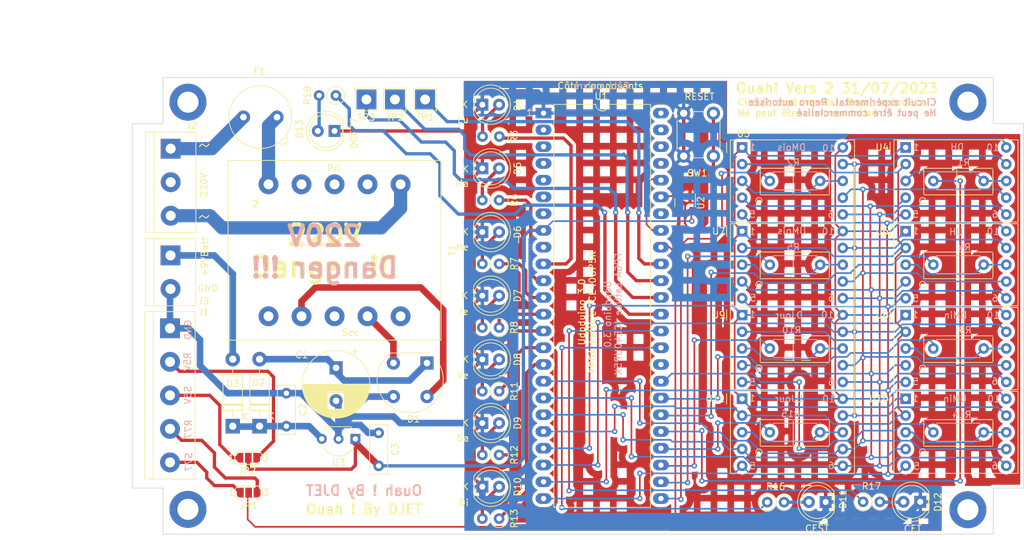
<source format=kicad_pcb>
(kicad_pcb (version 20211014) (generator pcbnew)
  (layers (0 "F.Cu" signal) (31 "B.Cu" signal) (34 "B.Paste" user) (35 "F.Paste" user) (36 "B.SilkS" user "B.Silkscreen") (37 "F.SilkS" user "F.Silkscreen") (38 "B.Mask" user) (39 "F.Mask" user) (44 "Edge.Cuts" user))
  (net 0 "")
  (net 1 "Net-(C1-Pad1)")
  (net 2 "GND")
  (net 3 "+9V")
  (net 4 "+5V")
  (net 5 "Net-(D1-Pad2)")
  (net 6 "Net-(D1-Pad4)")
  (net 7 "Net-(D4-Pad2)")
  (net 8 "Net-(D5-Pad2)")
  (net 9 "Net-(D6-Pad2)")
  (net 10 "Net-(D7-Pad2)")
  (net 11 "Net-(D8-Pad2)")
  (net 12 "Net-(D9-Pad2)")
  (net 13 "Net-(D10-Pad2)")
  (net 14 "/R_DCF77")
  (net 15 "/S_DCF77")
  (net 16 "Net-(D13-Pad2)")
  (net 18 "/DCF77")
  (net 19 "/cs3")
  (net 20 "Net-(R1-Pad2)")
  (net 21 "/cs7")
  (net 22 "Net-(R2-Pad2)")
  (net 23 "/dow0")
  (net 24 "/cs2")
  (net 25 "Net-(R4-Pad2)")
  (net 26 "Net-(R5-Pad1)")
  (net 27 "/cs6")
  (net 28 "/dow1")
  (net 29 "/dow2")
  (net 30 "/dow3")
  (net 31 "/cs1")
  (net 32 "Net-(R9-Pad2)")
  (net 33 "/cs5")
  (net 34 "Net-(R10-Pad2)")
  (net 35 "/dow4")
  (net 36 "/dow5")
  (net 37 "/dow6")
  (net 38 "/cs0")
  (net 39 "Net-(R14-Pad2)")
  (net 40 "/cs4")
  (net 41 "Net-(R15-Pad2)")
  (net 42 "/{slash}MR")
  (net 43 "/TP1")
  (net 44 "/TP2")
  (net 45 "/TP3")
  (net 46 "/DET_DCF77")
  (net 54 "/seg0")
  (net 55 "/seg1")
  (net 56 "/seg2")
  (net 57 "/seg3")
  (net 58 "/seg4")
  (net 59 "/seg5")
  (net 60 "/seg6")
  (net 61 "/seg7")
  (net 62 "Net-(U1-Pad41)")
  (net 64 "Net-(U1-Pad43)")
  (net 69 "/+9VBATT")
  (net 71 "Net-(D11-Pad2)")
  (net 72 "Net-(D12-Pad2)")
  (net 73 "/CEST")
  (net 74 "/CET")
  (net 75 "/R_5V")
  (net 76 "/S_5V")
  (net 77 "Net-(F1-Pad1)")
  (net 78 "Net-(F1-Pad2)")
  (net 79 "Net-(J2-Pad3)")
  (footprint "" (layer "F.Cu") (at 106.8324 69.85)
    (fp_text reference "1" hide)
    (fp_text value "")
  )
  (footprint "TestPoint:TestPoint_THTPad_3.0x3.0mm_Drill1.5mm" (layer "F.Cu") (at 133.858 69.4436 180)
    (fp_text reference "TP3")
    (fp_text value "TestPoint")
  )
  (footprint "Library:D1X8K_RevEHR" (layer "F.Cu") (at 190.7495 76.708)
    (fp_text reference "U5")
    (fp_text value "D168K")
  )
  (footprint "Library:Transformer_CHK_EI30-2VA_1xSec_RevEHR" (layer "F.Cu") (at 119.032 82.3036 -90)
    (fp_text reference "T1")
    (fp_text value "Transformer_1P_1S")
  )
  (footprint "TestPoint:TestPoint_THTPad_3.0x3.0mm_Drill1.5mm" (layer "F.Cu") (at 138.176 69.4436 180)
    (fp_text reference "TP2")
    (fp_text value "TestPoint")
  )
  (footprint "Library:D1X8K_RevEHR" (layer "F.Cu") (at 190.7495 102.108)
    (fp_text reference "U9")
    (fp_text value "D168K")
  )
  (footprint "Resistor_THT:R_Axial_DIN0207_L6.3mm_D2.5mm_P2.54mm_Vertical" (layer "F.Cu") (at 209.0674 130.429)
    (fp_text reference "R17")
    (fp_text value "150")
  )
  (footprint "Resistor_THT:R_Axial_DIN0207_L6.3mm_D2.5mm_P2.54mm_Vertical" (layer "F.Cu") (at 129.2352 68.834 180)
    (fp_text reference "R18")
    (fp_text value "150")
  )
  (footprint "Jumper:SolderJumper-3_P1.3mm_Open_RoundedPad1.0x1.5mm_NumberLabels" (layer "F.Cu") (at 115.9764 123.7488)
    (fp_text reference "JP2")
    (fp_text value "SolderJumper_3_Open")
  )
  (footprint "LED_THT:LED_D5.0mm" (layer "F.Cu") (at 129.037 74.2188 180)
    (fp_text reference "D13")
    (fp_text value "LED")
  )
  (footprint "LED_THT:LED_D5.0mm" (layer "F.Cu") (at 151.413 70.231)
    (fp_text reference "D4")
    (fp_text value "LED")
  )
  (footprint "Capacitor_THT:C_Rect_L7.2mm_W2.5mm_P5.00mm_FKS2_FKP2_MKS2_MKP2" (layer "F.Cu") (at 135.7122 119.9788 -90)
    (fp_text reference "C3")
    (fp_text value "100 nF")
  )
  (footprint "Resistor_THT:R_Axial_DIN0207_L6.3mm_D2.5mm_P2.54mm_Vertical" (layer "F.Cu") (at 194.564 130.4798)
    (fp_text reference "R16")
    (fp_text value "150")
  )
  (footprint "TerminalBlock:TerminalBlock_bornier-2_P5.08mm" (layer "F.Cu") (at 104.1908 93.0802 -90)
    (fp_text reference "J3")
    (fp_text value "Screw_Terminal_01x02")
  )
  (footprint "Resistor_THT:R_Axial_DIN0207_L6.3mm_D2.5mm_P2.54mm_Vertical" (layer "F.Cu") (at 153.953 84.709 180)
    (fp_text reference "R6")
    (fp_text value "150")
  )
  (footprint "TestPoint:TestPoint_THTPad_3.0x3.0mm_Drill1.5mm" (layer "F.Cu") (at 142.748 69.4436 180)
    (fp_text reference "TP1")
    (fp_text value "TestPoint")
  )
  (footprint "LED_THT:LED_D5.0mm" (layer "F.Cu") (at 217.7288 130.429 180)
    (fp_text reference "D12")
    (fp_text value "LED")
  )
  (footprint "Capacitor_THT:C_Rect_L7.2mm_W2.5mm_P5.00mm_FKS2_FKP2_MKS2_MKP2" (layer "F.Cu") (at 121.7422 113.9628 -90)
    (fp_text reference "C2")
    (fp_text value "100 nF")
  )
  (footprint "Diode_THT:D_DO-41_SOD81_P10.16mm_Horizontal" (layer "F.Cu") (at 117.6782 118.9628 90)
    (fp_text reference "D2")
    (fp_text value "1N4007")
  )
  (footprint "Resistor_THT:R_Axial_DIN0207_L6.3mm_D2.5mm_P2.54mm_Vertical" (layer "F.Cu") (at 153.953 123.317 180)
    (fp_text reference "R12")
    (fp_text value "150")
  )
  (footprint "LED_THT:LED_D5.0mm" (layer "F.Cu") (at 151.413 108.839)
    (fp_text reference "D8")
    (fp_text value "LED")
  )
  (footprint "" (layer "F.Cu") (at 224.9424 69.85)
    (fp_text reference "")
    (fp_text value "")
  )
  (footprint "Fuse:Fuseholder_TR5_Littelfuse_No560_No460" (layer "F.Cu") (at 115.236 72.1184)
    (fp_text reference "F1")
    (fp_text value "Fuse_Small")
  )
  (footprint "LED_THT:LED_D5.0mm" (layer "F.Cu") (at 151.408 118.491)
    (fp_text reference "D9")
    (fp_text value "LED")
  )
  (footprint "LED_THT:LED_D5.0mm" (layer "F.Cu") (at 203.4032 130.4544 180)
    (fp_text reference "D11")
    (fp_text value "LED")
  )
  (footprint "TerminalBlock:TerminalBlock_bornier-5_P5.08mm" (layer "F.Cu") (at 104.1146 104.1292 -90)
    (fp_text reference "J1")
    (fp_text value "Screw_Terminal_01x05")
  )
  (footprint "Library:D1X8K_RevEHR" (layer "F.Cu") (at 215.5145 89.408)
    (fp_text reference "U6")
    (fp_text value "D168K")
  )
  (footprint "Library:D1X8K_RevEHR" (layer "F.Cu") (at 215.5145 76.708)
    (fp_text reference "U4")
    (fp_text value "D168K")
  )
  (footprint "TerminalBlock:TerminalBlock_bornier-3_P5.08mm" (layer "F.Cu") (at 104.2162 76.9004 -90)
    (fp_text reference "J2")
    (fp_text value "Screw_Terminal_01x03")
  )
  (footprint "LED_THT:LED_D5.0mm" (layer "F.Cu") (at 151.413 79.883)
    (fp_text reference "D5")
    (fp_text value "LED")
  )
  (footprint "Library:D1X8K_RevEHR" (layer "F.Cu") (at 190.7495 89.408)
    (fp_text reference "U7")
    (fp_text value "D168K")
  )
  (footprint "Library:D1X8K_RevEHR" (layer "F.Cu") (at 190.7495 114.808)
    (fp_text reference "U11")
    (fp_text value "D168K")
  )
  (footprint "LED_THT:LED_D5.0mm" (layer "F.Cu") (at 151.413 89.535)
    (fp_text reference "D6")
    (fp_text value "LED")
  )
  (footprint "Resistor_THT:R_Axial_DIN0207_L6.3mm_D2.5mm_P2.54mm_Vertical" (layer "F.Cu") (at 153.953 94.361 180)
    (fp_text reference "R7")
    (fp_text value "150")
  )
  (footprint "" (layer "F.Cu") (at 224.9424 131.6228)
    (fp_text reference "3" hide)
    (fp_text value "")
  )
  (footprint "Jumper:SolderJumper-3_P1.3mm_Open_RoundedPad1.0x1.5mm_NumberLabels" (layer "F.Cu") (at 116.0272 129.032)
    (fp_text reference "JP1")
    (fp_text value "SolderJumper_3_Open")
  )
  (footprint "Package_TO_SOT_THT:TO-92_Inline_Wide" (layer "F.Cu") (at 132.1816 120.8888 180)
    (fp_text reference "U3")
    (fp_text value "LP2950-5.0_TO92")
  )
  (footprint "Capacitor_THT:CP_Radial_D10.0mm_P5.00mm" (layer "F.Cu") (at 129.2606 110.109 -90)
    (fp_text reference "C1")
    (fp_text value "470 uF")
  )
  (footprint "Resistor_THT:R_Axial_DIN0207_L6.3mm_D2.5mm_P2.54mm_Vertical" (layer "F.Cu") (at 153.982 75.057 180)
    (fp_text reference "R3")
    (fp_text value "150")
  )
  (footprint "LED_THT:LED_D5.0mm" (layer "F.Cu") (at 151.413 128.143)
    (fp_text reference "D10")
    (fp_text value "LED")
  )
  (footprint "Diode_THT:Diode_Bridge_Round_D9.8mm" (layer "F.Cu") (at 143.0274 109.3978 -90)
    (fp_text reference "D1")
    (fp_text value "B250C1500G")
  )
  (footprint "Resistor_THT:R_Axial_DIN0207_L6.3mm_D2.5mm_P2.54mm_Vertical" (layer "F.Cu") (at 153.953 113.665 180)
    (fp_text reference "R11")
    (fp_text value "150")
  )
  (footprint "Package_TO_SOT_SMD:SOT-143" (layer "F.Cu") (at 182.118 85.09 -90)
    (fp_text reference "U2")
    (fp_text value "MAX811TEUS-T")
  )
  (footprint "Button_Switch_THT:SW_PUSH_6mm" (layer "F.Cu") (at 186.4 71.5276 -90)
    (fp_text reference "SW1")
    (fp_text value "SW_Push")
  )
  (footprint "Diode_THT:D_DO-41_SOD81_P10.16mm_Horizontal" (layer "F.Cu") (at 113.6142 118.9628 90)
    (fp_text reference "D3")
    (fp_text value "1N4007")
  )
  (footprint "LED_THT:LED_D5.0mm" (layer "F.Cu") (at 151.408 99.187)
    (fp_text reference "D7")
    (fp_text value "LED")
  )
  (footprint "Library:D1X8K_RevEHR" (layer "F.Cu") (at 215.5145 102.108)
    (fp_text reference "U8")
    (fp_text value "D168K")
  )
  (footprint "Resistor_THT:R_Axial_DIN0207_L6.3mm_D2.5mm_P2.54mm_Vertical" (layer "F.Cu") (at 153.953 104.013 180)
    (fp_text reference "R8")
    (fp_text value "150")
  )
  (footprint "Library:D1X8K_RevEHR" (layer "F.Cu") (at 215.5145 114.808)
    (fp_text reference "U10")
    (fp_text value "D168K")
  )
  (footprint "" (layer "F.Cu") (at 106.8324 131.572)
    (fp_text reference "2" hide)
    (fp_text value "")
  )
  (footprint "Resistor_THT:R_Axial_DIN0207_L6.3mm_D2.5mm_P2.54mm_Vertical" (layer "F.Cu") (at 153.953 132.969 180)
    (fp_text reference "R13")
    (fp_text value "150")
  )
  (footprint "Library:DIP-48_W17.78mm_LongPads" (layer "F.Cu") (at 160.675 71.511)
    (fp_text reference "U1")
    (fp_text value "Upduino31-v3")
  )
  (footprint "Resistor_THT:R_Axial_DIN0207_L6.3mm_D2.5mm_P7.62mm_Horizontal" (layer "B.Cu") (at 194.945 107.188)
    (fp_text reference "R10")
    (fp_text value "150")
  )
  (footprint "Resistor_THT:R_Axial_DIN0207_L6.3mm_D2.5mm_P7.62mm_Horizontal" (layer "B.Cu") (at 219.71 94.488)
    (fp_text reference "R4")
    (fp_text value "150")
  )
  (footprint "Resistor_THT:R_Axial_DIN0207_L6.3mm_D2.5mm_P7.62mm_Horizontal" (layer "B.Cu") (at 202.565 94.488 180)
    (fp_text reference "R5")
    (fp_text value "150")
  )
  (footprint "Resistor_THT:R_Axial_DIN0207_L6.3mm_D2.5mm_P7.62mm_Horizontal" (layer "B.Cu") (at 219.71 81.788)
    (fp_text reference "R1")
    (fp_text value "150")
  )
  (footprint "Resistor_THT:R_Axial_DIN0207_L6.3mm_D2.5mm_P7.62mm_Horizontal" (layer "B.Cu") (at 194.945 119.888)
    (fp_text reference "R15")
    (fp_text value "150")
  )
  (footprint "Resistor_THT:R_Axial_DIN0207_L6.3mm_D2.5mm_P7.62mm_Horizontal" (layer "B.Cu") (at 219.71 107.188)
    (fp_text reference "R9")
    (fp_text value "150")
  )
  (footprint "Resistor_THT:R_Axial_DIN0207_L6.3mm_D2.5mm_P7.62mm_Horizontal" (layer "B.Cu") (at 219.71 119.888)
    (fp_text reference "R14")
    (fp_text value "150")
  )
  (footprint "Resistor_THT:R_Axial_DIN0207_L6.3mm_D2.5mm_P7.62mm_Horizontal" (layer "B.Cu") (at 194.945 81.788)
    (fp_text reference "R2")
    (fp_text value "150")
  )
  (gr_poly (pts (xy 228.7778 73.1012) (xy 233.3752 73.1012) (xy 233.3752 128.3462) (xy 228.7778 128.3462) (xy 228.7778 135.3312) (xy 103.0478 135.3312) (xy 103.0478 128.3462) (xy 98.3996 128.3462) (xy 98.3996 73.1012) (xy 103.0478 73.1012) (xy 103.0478 66.1162) (xy 228.7778 66.1162)) (layer "Edge.Cuts") (width 0.1) (fill none))
  (gr_text "UMois" (at 198.2724 89.3572) (layer "B.SilkS") (effects (font (size 1 1)) (justify mirror)))
  (gr_text "1" (at 192.3034 76.6826) (layer "B.SilkS") (effects (font (size 1 1)) (justify mirror)))
  (gr_text "6" (at 204.2414 124.9426) (layer "B.SilkS") (effects (font (size 1 1)) (justify mirror)))
  (gr_text "S77" (at 106.9594 124.373 90) (layer "B.SilkS") (effects (font (size 1 1)) (justify mirror)))
  (gr_text "6" (at 229.0572 86.868) (layer "B.SilkS") (effects (font (size 1 1)) (justify mirror)))
  (gr_text "Circuit expérimental. Repro autorisée\nNe peut être commercialisé" (at 220.2942 70.6628) (layer "B.SilkS") (effects (font (size 1 1) (thickness 0.2)) (justify left mirror)))
  (gr_text "1" (at 192.3034 89.4588) (layer "B.SilkS") (effects (font (size 1 1)) (justify mirror)))
  (gr_text "UJour" (at 197.8406 114.808) (layer "B.SilkS") (effects (font (size 1 1)) (justify mirror)))
  (gr_text "10" (at 228.7524 102.1588) (layer "B.SilkS") (effects (font (size 1 1)) (justify mirror)))
  (gr_text "1" (at 217.0938 76.708) (layer "B.SilkS") (effects (font (size 1 1)) (justify mirror)))
  (gr_text "5" (at 192.3288 124.9934) (layer "B.SilkS") (effects (font (size 1 1)) (justify mirror)))
  (gr_text "10" (at 203.7842 89.4588) (layer "B.SilkS") (effects (font (size 1 1)) (justify mirror)))
  (gr_text "220V\nDanger !!!" (at 127.508 92.5576) (layer "B.SilkS") (effects (font (size 3 3) (thickness 0.6)) (justify mirror)))
  (gr_text "1" (at 158.5468 71.3994) (layer "B.SilkS") (effects (font (size 1 1)) (justify mirror)))
  (gr_text "R77" (at 106.9086 119.42 90) (layer "B.SilkS") (effects (font (size 1 1)) (justify mirror)))
  (gr_text "10" (at 203.6826 102.0826) (layer "B.SilkS") (effects (font (size 1 1)) (justify mirror)))
  (gr_text "5" (at 217.043 99.6188) (layer "B.SilkS") (effects (font (size 1 1)) (justify mirror)))
  (gr_text "S5V" (at 106.8324 114.2384 90) (layer "B.SilkS") (effects (font (size 1 1)) (justify mirror)))
  (gr_text "R5V" (at 106.7562 109.1838 90) (layer "B.SilkS") (effects (font (size 1 1)) (justify mirror)))
  (gr_text "6" (at 229.0064 112.1664) (layer "B.SilkS") (effects (font (size 1 1)) (justify mirror)))
  (gr_text "10" (at 203.8604 114.8334) (layer "B.SilkS") (effects (font (size 1 1)) (justify mirror)))
  (gr_text "1" (at 192.3034 102.0318) (layer "B.SilkS") (effects (font (size 1 1)) (justify mirror)))
  (gr_text "10" (at 228.854 114.8588) (layer "B.SilkS") (effects (font (size 1 1)) (justify mirror)))
  (gr_text "6" (at 204.2414 112.268) (layer "B.SilkS") (effects (font (size 1 1)) (justify mirror)))
  (gr_text "6" (at 204.2414 99.5172) (layer "B.SilkS") (effects (font (size 1 1)) (justify mirror)))
  (gr_text "10" (at 228.7016 76.7334) (layer "B.SilkS") (effects (font (size 1 1)) (justify mirror)))
  (gr_text "5" (at 217.0176 112.2172) (layer "B.SilkS") (effects (font (size 1 1)) (justify mirror)))
  (gr_text "10" (at 228.7524 89.4588) (layer "B.SilkS") (effects (font (size 1 1)) (justify mirror)))
  (gr_text "Udpduino 3.0\nFPGA Lattice ICE40UP5K" (at 171.196 101.981 90) (layer "B.SilkS") (effects (font (size 1 1)) (justify mirror)))
  (gr_text "5" (at 192.405 99.5426) (layer "B.SilkS") (effects (font (size 1 1)) (justify mirror)))
  (gr_text "1" (at 217.043 89.3826) (layer "B.SilkS") (effects (font (size 1 1)) (justify mirror)))
  (gr_text "UMin" (at 222.9866 114.808) (layer "B.SilkS") (effects (font (size 1 1)) (justify mirror)))
  (gr_text "5" (at 217.0176 86.868) (layer "B.SilkS") (effects (font (size 1 1)) (justify mirror)))
  (gr_text "5" (at 217.17 125.0442) (layer "B.SilkS") (effects (font (size 1 1)) (justify mirror)))
  (gr_text "DMin" (at 223.0628 102.1588) (layer "B.SilkS") (effects (font (size 1 1)) (justify mirror)))
  (gr_text "DJour" (at 197.866 102.1588) (layer "B.SilkS") (effects (font (size 1 1)) (justify mirror)))
  (gr_text "10" (at 203.835 76.835) (layer "B.SilkS") (effects (font (size 1 1)) (justify mirror)))
  (gr_text "6" (at 229.0572 99.5934) (layer "B.SilkS") (effects (font (size 1 1)) (justify mirror)))
  (gr_text "5" (at 192.3034 86.868) (layer "B.SilkS") (effects (font (size 1 1)) (justify mirror)))
  (gr_text "6" (at 229.0064 124.9934) (layer "B.SilkS") (effects (font (size 1 1)) (justify mirror)))
  (gr_text "5" (at 192.3034 112.3188) (layer "B.SilkS") (effects (font (size 1 1)) (justify mirror)))
  (gr_text "UH" (at 223.1644 89.5096) (layer "B.SilkS") (effects (font (size 1 1)) (justify mirror)))
  (gr_text "6" (at 204.1906 86.868) (layer "B.SilkS") (effects (font (size 1 1)) (justify mirror)))
  (gr_text "DMois" (at 198.2216 76.708) (layer "B.SilkS") (effects (font (size 1 1)) (justify mirror)))
  (gr_text "1" (at 192.278 114.7064) (layer "B.SilkS") (effects (font (size 1 1)) (justify mirror)))
  (gr_text "Côté cuivre" (at 169.4688 67.3608) (layer "B.SilkS") (effects (font (size 1 1)) (justify mirror)))
  (gr_text "Ouah ! By DJET" (at 133.5024 128.7272) (layer "B.SilkS") (effects (font (size 1.5 1.5) (thickness 0.3)) (justify mirror)))
  (gr_text "1" (at 216.9922 102.0572) (layer "B.SilkS") (effects (font (size 1 1)) (justify mirror)))
  (gr_text "DH" (at 223.3168 76.6572) (layer "B.SilkS") (effects (font (size 1 1)) (justify mirror)))
  (gr_text "GND" (at 106.8324 104.3578 90) (layer "B.SilkS") (effects (font (size 1 1)) (justify mirror)))
  (gr_text "1" (at 217.0176 114.7572) (layer "B.SilkS") (effects (font (size 1 1)) (justify mirror)))
  (gr_text "1" (at 158.5468 71.4502) (layer "F.SilkS") (effects (font (size 1 1))))
  (gr_text "K" (at 148.873 89.535) (layer "F.SilkS") (effects (font (size 1 1))))
  (gr_text "Côté composants" (at 169.291 67.3608) (layer "F.SilkS") (effects (font (size 1 1))))
  (gr_text "Ma" (at 148.365 82.169) (layer "F.SilkS") (effects (font (size 1 1))))
  (gr_text "Udpduino 3.0\nFPGA Lattice ICE40UP5K" (at 167.2844 101.6508 90) (layer "F.SilkS") (effects (font (size 1 1))))
  (gr_text "Ouah! Vers 2 31/07/2023" (at 189.6364 67.7418) (layer "F.SilkS") (effects (font (size 1.5 1.5) (thickness 0.3)) (justify left)))
  (gr_text "CET" (at 216.5858 134.493) (layer "F.SilkS") (effects (font (size 1 1))))
  (gr_text "Sa" (at 148.492 120.777) (layer "F.SilkS") (effects (font (size 1 1))))
  (gr_text "Ouah ! By DJET" (at 133.5024 131.5358) (layer "F.SilkS") (effects (font (size 1.5 1.5) (thickness 0.3))))
  (gr_text "K" (at 148.873 118.491) (layer "F.SilkS") (effects (font (size 1 1))))
  (gr_text "~" (at 109.347 87.0858) (layer "F.SilkS") (effects (font (size 4 3))))
  (gr_text "GND" (at 109.8296 98.0586) (layer "F.SilkS") (effects (font (size 1 1))))
  (gr_text "RESET" (at 184.3024 69.0118) (layer "F.SilkS") (effects (font (size 1 1))))
  (gr_text "Lu" (at 148.492 72.517) (layer "F.SilkS") (effects (font (size 1 1))))
  (gr_text "K" (at 148.746 70.231) (layer "F.SilkS") (effects (font (size 1 1))))
  (gr_text "K" (at 148.873 80.01) (layer "F.SilkS") (effects (font (size 1 1))))
  (gr_text "~" (at 109.3724 76.2654) (layer "F.SilkS") (effects (font (size 4 3))))
  (gr_text "Je" (at 148.492 101.6) (layer "F.SilkS") (effects (font (size 1 1))))
  (gr_text "K" (at 148.873 108.839) (layer "F.SilkS") (effects (font (size 1 1))))
  (gr_text "Circuit expérimental. Repro autorisée\nNe peut être commercialisé" (at 189.9412 70.6628) (layer "F.SilkS") (effects (font (size 1 1) (thickness 0.2)) (justify left)))
  (gr_text "DCF77" (at 131.9784 74.5744 90) (layer "F.SilkS") (effects (font (size 1 1))))
  (gr_text "220V" (at 109.2454 82.4122 90) (layer "F.SilkS") (effects (font (size 1 1))))
  (gr_text "Me" (at 148.365 91.821) (layer "F.SilkS") (effects (font (size 1 1))))
  (gr_text "220V\nDanger !!!" (at 127.508 92.4306) (layer "F.SilkS") (effects (font (size 3 3) (thickness 0.6))))
  (gr_text "Ve" (at 148.492 111.252) (layer "F.SilkS") (effects (font (size 1 1))))
  (gr_text "Di" (at 148.619 130.556) (layer "F.SilkS") (effects (font (size 1 1))))
  (gr_text "CEST" (at 202.1078 134.4676) (layer "F.SilkS") (effects (font (size 1 1))))
  (gr_text "K" (at 148.873 128.143) (layer "F.SilkS") (effects (font (size 1 1))))
  (gr_text "+9VBatt" (at 109.3724 93.3088 90) (layer "F.SilkS") (effects (font (size 1 1))))
  (gr_text "K" (at 148.746 99.187) (layer "F.SilkS") (effects (font (size 1 1))))
  (segment (start 140.3858 112.0394) (end 143.0274 109.3978) (width 1) (layer "B.Cu") (net 1))
  (segment (start 130.4798 112.0394) (end 140.3858 112.0394) (width 1) (layer "B.Cu") (net 1))
  (segment (start 127.9544 108.8028) (end 129.2606 110.109) (width 1) (layer "B.Cu") (net 1))
  (segment (start 117.6782 108.8028) (end 127.9544 108.8028) (width 1) (layer "B.Cu") (net 1))
  (segment (start 129.2606 110.109) (end 129.2606 110.8202) (width 1) (layer "B.Cu") (net 1))
  (segment (start 129.2606 110.8202) (end 130.4798 112.0394) (width 1) (layer "B.Cu") (net 1))
  (segment (start 151.408 99.187) (end 150.163 97.942) (width 0.5) (layer "F.Cu") (net 2))
  (segment (start 182.868 79.5648) (end 182.868 84.09) (width 0.5) (layer "F.Cu") (net 2))
  (segment (start 150.163 81.133) (end 151.413 79.883) (width 0.5) (layer "F.Cu") (net 2))
  (segment (start 150.192 78.662) (end 150.192 73.4332) (width 0.5) (layer "F.Cu") (net 2))
  (segment (start 150.163 126.893) (end 150.163 119.736) (width 0.5) (layer "F.Cu") (net 2))
  (segment (start 151.413 89.535) (end 150.163 88.285) (width 0.5) (layer "F.Cu") (net 2))
  (segment (start 151.413 128.143) (end 150.163 126.893) (width 0.5) (layer "F.Cu") (net 2))
  (segment (start 150.163 110.089) (end 151.413 108.839) (width 0.5) (layer "F.Cu") (net 2))
  (segment (start 151.408 118.491) (end 150.163 117.246) (width 0.5) (layer "F.Cu") (net 2))
  (segment (start 129.037 74.2188) (end 149.4064 74.2188) (width 0.5) (layer "F.Cu") (net 2))
  (segment (start 150.163 97.942) (end 150.163 90.785) (width 0.5) (layer "F.Cu") (net 2))
  (segment (start 182.9816 79.4512) (end 182.868 79.5648) (width 0.5) (layer "F.Cu") (net 2))
  (segment (start 150.163 90.785) (end 151.413 89.535) (width 0.5) (layer "F.Cu") (net 2))
  (segment (start 150.163 100.432) (end 151.408 99.187) (width 0.5) (layer "F.Cu") (net 2))
  (segment (start 150.163 117.246) (end 150.163 110.089) (width 0.5) (layer "F.Cu") (net 2))
  (segment (start 150.163 88.285) (end 150.163 81.133) (width 0.5) (layer "F.Cu") (net 2))
  (segment (start 150.192 73.4332) (end 150.192 71.452) (width 0.5) (layer "F.Cu") (net 2))
  (segment (start 182.9816 79.1092) (end 182.9816 79.4512) (width 0.5) (layer "F.Cu") (net 2))
  (segment (start 149.4064 74.2188) (end 150.192 73.4332) (width 0.5) (layer "F.Cu") (net 2))
  (segment (start 150.163 119.736) (end 151.408 118.491) (width 0.5) (layer "F.Cu") (net 2))
  (segment (start 151.413 108.839) (end 150.163 107.589) (width 0.5) (layer "F.Cu") (net 2))
  (segment (start 150.192 71.452) (end 151.413 70.231) (width 0.5) (layer "F.Cu") (net 2))
  (segment (start 181.9 78.0276) (end 182.9816 79.1092) (width 0.5) (layer "F.Cu") (net 2))
  (segment (start 151.413 79.883) (end 150.192 78.662) (width 0.5) (layer "F.Cu") (net 2))
  (segment (start 150.163 107.589) (end 150.163 100.432) (width 0.5) (layer "F.Cu") (net 2))
  (segment (start 181.9 78.0276) (end 181.9 71.5276) (width 0.5) (layer "F.Cu") (net 2))
  (segment (start 129.6162 118.7704) (end 129.6162 115.4646) (width 1) (layer "B.Cu") (net 2))
  (segment (start 203.4032 130.4544) (end 203.4032 131.9276) (width 1) (layer "B.Cu") (net 2))
  (segment (start 129.6162 119.6086) (end 129.6162 118.7704) (width 1) (layer "B.Cu") (net 2))
  (segment (start 160.675 69.5398) (end 160.675 68.9302) (width 0.5) (layer "B.Cu") (net 2))
  (segment (start 160.675 71.511) (end 160.675 69.5398) (width 0.5) (layer "B.Cu") (net 2))
  (segment (start 104.1146 104.1292) (end 104.1146 98.2364) (width 1) (layer "B.Cu") (net 2))
  (segment (start 129.6162 119.4838) (end 129.6162 120.8888) (width 1) (layer "B.Cu") (net 2))
  (segment (start 134.1304 119.9788) (end 132.922 118.7704) (width 1) (layer "B.Cu") (net 2))
  (segment (start 151.413 130.019) (end 151.413 128.143) (width 1) (layer "B.Cu") (net 2))
  (segment (start 201.9808 133.35) (end 159.3088 133.35) (width 1) (layer "B.Cu") (net 2))
  (segment (start 137.9728 117.5004) (end 131.5996 117.5004) (width 1) (layer "B.Cu") (net 2))
  (segment (start 137.9474 114.4778) (end 133.9088 114.4778) (width 1) (layer "B.Cu") (net 2))
  (segment (start 160.675 68.9302) (end 159.8676 68.1228) (width 0.5) (layer "B.Cu") (net 2))
  (segment (start 106.9232 104.1292) (end 104.1146 104.1292) (width 1) (layer "B.Cu") (net 2))
  (segment (start 159.8676 68.1228) (end 151.9936 68.1228) (width 0.5) (layer "B.Cu") (net 2))
  (segment (start 121.7422 113.9628) (end 123.9704 113.9628) (width 1) (layer "B.Cu") (net 2))
  (segment (start 108.6612 109.7788) (end 108.6612 105.8672) (width 1) (layer "B.Cu") (net 2))
  (segment (start 203.4032 130.4544) (end 203.4032 132.1562) (width 1) (layer "B.Cu") (net 2))
  (segment (start 132.922 118.7704) (end 129.6162 118.7704) (width 1) (layer "B.Cu") (net 2))
  (segment (start 181.9 71.5276) (end 181.9 69.6828) (width 0.5) (layer "B.Cu") (net 2))
  (segment (start 129.6162 118.7704) (end 133.9088 114.4778) (width 1) (layer "B.Cu") (net 2))
  (segment (start 204.6986 133.4516) (end 214.7062 133.4516) (width 1) (layer "B.Cu") (net 2))
  (segment (start 129.6162 120.8888) (end 129.6162 119.6086) (width 1) (layer "B.Cu") (net 2))
  (segment (start 151.413 68.7034) (end 151.413 70.231) (width 0.5) (layer "B.Cu") (net 2))
  (segment (start 138.9634 118.491) (end 137.9728 117.5004) (width 1) (layer "B.Cu") (net 2))
  (segment (start 181.9 69.6828) (end 181.0512 68.834) (width 0.5) (layer "B.Cu") (net 2))
  (segment (start 104.1146 98.2364) (end 104.1908 98.1602) (width 1) (layer "B.Cu") (net 2))
  (segment (start 203.4032 132.1562) (end 204.6986 133.4516) (width 1) (layer "B.Cu") (net 2))
  (segment (start 152.5596 131.1656) (end 151.413 130.019) (width 1) (layer "B.Cu") (net 2))
  (segment (start 203.4032 131.9276) (end 201.9808 133.35) (width 1) (layer "B.Cu") (net 2))
  (segment (start 129.6162 115.4646) (end 129.2606 115.109) (width 1) (layer "B.Cu") (net 2))
  (segment (start 159.3088 133.35) (end 157.1244 131.1656) (width 1) (layer "B.Cu") (net 2))
  (segment (start 108.6612 105.8672) (end 106.9232 104.1292) (width 1) (layer "B.Cu") (net 2))
  (segment (start 112.8452 113.9628) (end 108.6612 109.7788) (width 1) (layer "B.Cu") (net 2))
  (segment (start 135.7122 119.9788) (end 134.1304 119.9788) (width 1) (layer "B.Cu") (net 2))
  (segment (start 123.9704 113.9628) (end 129.6162 119.6086) (width 1) (layer "B.Cu") (net 2))
  (segment (start 161.3808 68.834) (end 160.675 69.5398) (width 0.5) (layer "B.Cu") (net 2))
  (segment (start 151.408 118.491) (end 138.9634 118.491) (width 1) (layer "B.Cu") (net 2))
  (segment (start 157.1244 131.1656) (end 152.5596 131.1656) (width 1) (layer "B.Cu") (net 2))
  (segment (start 161.3808 68.834) (end 181.0512 68.834) (width 0.5) (layer "B.Cu") (net 2))
  (segment (start 131.5996 117.5004) (end 129.6162 119.4838) (width 1) (layer "B.Cu") (net 2))
  (segment (start 214.7062 133.4516) (end 217.7288 130.429) (width 1) (layer "B.Cu") (net 2))
  (segment (start 151.9936 68.1228) (end 151.413 68.7034) (width 0.5) (layer "B.Cu") (net 2))
  (segment (start 121.7422 113.9628) (end 112.8452 113.9628) (width 1) (layer "B.Cu") (net 2))
  (segment (start 117.6782 118.9628) (end 121.7422 118.9628) (width 1) (layer "B.Cu") (net 3))
  (segment (start 125.1756 118.9628) (end 121.7422 118.9628) (width 1) (layer "B.Cu") (net 3))
  (segment (start 127.1016 120.8888) (end 125.1756 118.9628) (width 1) (layer "B.Cu") (net 3))
  (segment (start 113.4364 119.0244) (end 117.5004 119.0244) (width 1) (layer "B.Cu") (net 3))
  (segment (start 131.5936 125.476) (end 132.1816 124.888) (width 0.5) (layer "F.Cu") (net 4))
  (segment (start 183.068 86.09) (end 183.068 87.818) (width 0.25) (layer "F.Cu") (net 4))
  (segment (start 115.9764 123.7488) (end 115.9764 125.3236) (width 0.5) (layer "F.Cu") (net 4))
  (segment (start 116.1288 125.476) (end 131.5936 125.476) (width 0.5) (layer "F.Cu") (net 4))
  (segment (start 132.1816 121.4482) (end 135.7122 124.9788) (width 1) (layer "F.Cu") (net 4))
  (segment (start 132.1816 124.888) (end 132.1816 120.8888) (width 0.5) (layer "F.Cu") (net 4))
  (segment (start 183.068 87.818) (end 183.134 87.884) (width 0.25) (layer "F.Cu") (net 4))
  (segment (start 115.9764 125.3236) (end 116.1288 125.476) (width 0.5) (layer "F.Cu") (net 4))
  (segment (start 132.1816 120.8888) (end 132.1816 121.4482) (width 1) (layer "F.Cu") (net 4))
  (via (at 183.134 87.884) (size 0.8) (drill 0.4) (layers "F.Cu" "B.Cu") (net 4))
  (segment (start 158.5622 89.291) (end 157.6324 90.2208) (width 0.5) (layer "B.Cu") (net 4))
  (segment (start 157.6324 123.8504) (end 156.504 124.9788) (width 0.5) (layer "B.Cu") (net 4))
  (segment (start 157.6324 90.2208) (end 157.6324 123.8504) (width 0.5) (layer "B.Cu") (net 4))
  (segment (start 156.504 124.9788) (end 135.7122 124.9788) (width 0.5) (layer "B.Cu") (net 4))
  (segment (start 162.082 87.884) (end 160.675 89.291) (width 0.25) (layer "B.Cu") (net 4))
  (segment (start 183.134 87.884) (end 162.082 87.884) (width 0.25) (layer "B.Cu") (net 4))
  (segment (start 160.675 89.291) (end 158.5622 89.291) (width 0.5) (layer "B.Cu") (net 4))
  (segment (start 137.9474 109.3978) (end 137.9474 106.219) (width 1) (layer "F.Cu") (net 5))
  (segment (start 137.9474 106.219) (end 134.032 102.3036) (width 1) (layer "F.Cu") (net 5))
  (segment (start 145.4912 112.014) (end 145.4912 101.346) (width 1) (layer "F.Cu") (net 6))
  (segment (start 145.4912 101.346) (end 142.0876 97.9424) (width 1) (layer "F.Cu") (net 6))
  (segment (start 126.1364 97.9424) (end 124.032 100.0468) (width 1) (layer "F.Cu") (net 6))
  (segment (start 143.0274 114.4778) (end 145.4912 112.014) (width 1) (layer "F.Cu") (net 6))
  (segment (start 124.032 100.0468) (end 124.032 102.3036) (width 1) (layer "F.Cu") (net 6))
  (segment (start 142.0876 97.9424) (end 126.1364 97.9424) (width 1) (layer "F.Cu") (net 6))
  (segment (start 151.442 75.057) (end 151.442 72.742) (width 0.5) (layer "F.Cu") (net 7))
  (segment (start 151.442 72.742) (end 153.953 70.231) (width 0.5) (layer "F.Cu") (net 7))
  (segment (start 151.413 84.709) (end 151.413 82.423) (width 0.5) (layer "F.Cu") (net 8))
  (segment (start 151.413 82.423) (end 153.953 79.883) (width 0.5) (layer "F.Cu") (net 8))
  (segment (start 151.413 92.075) (end 153.953 89.535) (width 0.5) (layer "F.Cu") (net 9))
  (segment (start 151.413 94.361) (end 151.413 92.075) (width 0.5) (layer "F.Cu") (net 9))
  (segment (start 151.413 101.722) (end 153.948 99.187) (width 0.5) (layer "F.Cu") (net 10))
  (segment (start 151.413 104.013) (end 151.413 101.722) (width 0.5) (layer "F.Cu") (net 10))
  (segment (start 151.413 111.379) (end 153.953 108.839) (width 0.5) (layer "F.Cu") (net 11))
  (segment (start 151.413 113.665) (end 151.413 111.379) (width 0.5) (layer "F.Cu") (net 11))
  (segment (start 151.413 123.317) (end 151.413 121.026) (width 0.5) (layer "F.Cu") (net 12))
  (segment (start 151.413 121.026) (end 153.948 118.491) (width 0.5) (layer "F.Cu") (net 12))
  (segment (start 151.413 132.969) (end 151.413 130.683) (width 0.5) (layer "F.Cu") (net 13))
  (segment (start 151.413 130.683) (end 153.953 128.143) (width 0.5) (layer "F.Cu") (net 13))
  (segment (start 108.9152 121.1072) (end 110.8456 123.0376) (width 0.5) (layer "F.Cu") (net 14))
  (segment (start 104.1146 119.3692) (end 105.8526 121.1072) (width 0.5) (layer "F.Cu") (net 14))
  (segment (start 117.3272 127.1824) (end 117.3272 129.032) (width 0.5) (layer "F.Cu") (net 14))
  (segment (start 112.4966 126.8222) (end 116.967 126.8222) (width 0.5) (layer "F.Cu") (net 14))
  (segment (start 110.8456 123.0376) (end 110.8456 125.1712) (width 0.5) (layer "F.Cu") (net 14))
  (segment (start 105.8526 121.1072) (end 108.9152 121.1072) (width 0.5) (layer "F.Cu") (net 14))
  (segment (start 110.8456 125.1712) (end 112.4966 126.8222) (width 0.5) (layer "F.Cu") (net 14))
  (segment (start 116.967 126.8222) (end 117.3272 127.1824) (width 0.5) (layer "F.Cu") (net 14))
  (segment (start 114.7272 129.032) (end 113.6604 127.9652) (width 0.5) (layer "F.Cu") (net 15))
  (segment (start 110.8456 127.9652) (end 109.6772 126.7968) (width 0.5) (layer "F.Cu") (net 15))
  (segment (start 109.6772 126.7968) (end 109.6772 125.9332) (width 0.5) (layer "F.Cu") (net 15))
  (segment (start 109.6772 125.9332) (end 108.1932 124.4492) (width 0.5) (layer "F.Cu") (net 15))
  (segment (start 108.1932 124.4492) (end 104.1146 124.4492) (width 0.5) (layer "F.Cu") (net 15))
  (segment (start 113.6604 127.9652) (end 110.8456 127.9652) (width 0.5) (layer "F.Cu") (net 15))
  (segment (start 126.6952 68.834) (end 126.6952 74.0206) (width 0.5) (layer "B.Cu") (net 16))
  (segment (start 126.6952 74.0206) (end 126.497 74.2188) (width 0.5) (layer "B.Cu") (net 16))
  (segment (start 179.2224 134.2136) (end 180.6448 132.7912) (width 0.25) (layer "F.Cu") (net 18))
  (segment (start 180.6448 92.71) (end 179.7658 91.831) (width 0.25) (layer "F.Cu") (net 18))
  (segment (start 116.0272 129.032) (end 115.8748 129.1844) (width 0.25) (layer "F.Cu") (net 18))
  (segment (start 116.9924 134.2136) (end 179.2224 134.2136) (width 0.25) (layer "F.Cu") (net 18))
  (segment (start 115.8748 133.096) (end 116.9924 134.2136) (width 0.25) (layer "F.Cu") (net 18))
  (segment (start 115.8748 129.1844) (end 115.8748 133.096) (width 0.25) (layer "F.Cu") (net 18))
  (segment (start 180.6448 132.7912) (end 180.6448 92.71) (width 0.25) (layer "F.Cu") (net 18))
  (segment (start 179.7658 91.831) (end 178.455 91.831) (width 0.25) (layer "F.Cu") (net 18))
  (segment (start 184.653701 119.638299) (end 184.653701 126.995701) (width 0.25) (layer "F.Cu") (net 19))
  (segment (start 223.774 81.788) (end 223.774 127.254) (width 0.25) (layer "F.Cu") (net 19))
  (segment (start 184.653701 126.995701) (end 184.912 127.254) (width 0.25) (layer "F.Cu") (net 19))
  (via (at 223.774 81.788) (size 0.8) (drill 0.4) (layers "F.Cu" "B.Cu") (net 19))
  (via (at 184.658 127.254) (size 0.8) (drill 0.4) (layers "F.Cu" "B.Cu") (net 19))
  (via (at 223.774 127.254) (size 0.8) (drill 0.4) (layers "F.Cu" "B.Cu") (net 19))
  (via (at 184.653701 119.638299) (size 0.8) (drill 0.4) (layers "F.Cu" "B.Cu") (net 19))
  (segment (start 184.521 119.771) (end 184.653701 119.638299) (width 0.25) (layer "B.Cu") (net 19))
  (segment (start 219.71 81.788) (end 223.774 81.788) (width 0.25) (layer "B.Cu") (net 19))
  (segment (start 184.912 127.254) (end 223.774 127.254) (width 0.25) (layer "B.Cu") (net 19))
  (segment (start 178.455 119.771) (end 184.521 119.771) (width 0.25) (layer "B.Cu") (net 19))
  (segment (start 227.33 81.788) (end 230.7545 81.788) (width 0.25) (layer "B.Cu") (net 20))
  (segment (start 225.933 80.391) (end 227.33 81.788) (width 0.25) (layer "B.Cu") (net 20))
  (segment (start 215.5145 81.788) (end 216.9115 80.391) (width 0.25) (layer "B.Cu") (net 20))
  (segment (start 216.9115 80.391) (end 225.933 80.391) (width 0.25) (layer "B.Cu") (net 20))
  (segment (start 186.563 90.551) (end 187.706 89.408) (width 0.25) (layer "F.Cu") (net 21))
  (segment (start 182.499 90.551) (end 186.563 90.551) (width 0.25) (layer "F.Cu") (net 21))
  (segment (start 181.483 91.567) (end 182.499 90.551) (width 0.25) (layer "F.Cu") (net 21))
  (segment (start 187.706 80.772) (end 187.597 80.663) (width 0.25) (layer "F.Cu") (net 21))
  (segment (start 187.706 89.408) (end 187.706 80.772) (width 0.25) (layer "F.Cu") (net 21))
  (segment (start 181.483 91.567) (end 181.483 130.048) (width 0.25) (layer "F.Cu") (net 21))
  (via (at 181.483 130.048) (size 0.8) (drill 0.4) (layers "F.Cu" "B.Cu") (net 21))
  (via (at 187.597 80.663) (size 0.8) (drill 0.4) (layers "F.Cu" "B.Cu") (net 21))
  (segment (start 181.483 130.048) (end 181.366 129.931) (width 0.25) (layer "B.Cu") (net 21))
  (segment (start 187.597 80.663) (end 187.742 80.518) (width 0.25) (layer "B.Cu") (net 21))
  (segment (start 193.675 80.518) (end 194.945 81.788) (width 0.25) (layer "B.Cu") (net 21))
  (segment (start 181.366 129.931) (end 178.455 129.931) (width 0.25) (layer "B.Cu") (net 21))
  (segment (start 187.742 80.518) (end 193.675 80.518) (width 0.25) (layer "B.Cu") (net 21))
  (segment (start 202.565 81.788) (end 205.9895 81.788) (width 0.25) (layer "B.Cu") (net 22))
  (segment (start 200.787 83.566) (end 202.565 81.788) (width 0.25) (layer "B.Cu") (net 22))
  (segment (start 192.5275 83.566) (end 200.787 83.566) (width 0.25) (layer "B.Cu") (net 22))
  (segment (start 190.7495 81.788) (end 192.5275 83.566) (width 0.25) (layer "B.Cu") (net 22))
  (segment (start 164.074 94.371) (end 160.675 94.371) (width 0.5) (layer "F.Cu") (net 23))
  (segment (start 153.982 75.057) (end 154.226 75.301) (width 0.5) (layer "F.Cu") (net 23))
  (segment (start 154.226 75.301) (end 163.693 75.301) (width 0.5) (layer "F.Cu") (net 23))
  (segment (start 164.846 76.454) (end 164.846 93.599) (width 0.5) (layer "F.Cu") (net 23))
  (segment (start 163.693 75.301) (end 164.846 76.454) (width 0.5) (layer "F.Cu") (net 23))
  (segment (start 164.846 93.599) (end 164.074 94.371) (width 0.5) (layer "F.Cu") (net 23))
  (segment (start 186.055 117.475) (end 186.055 95.631) (width 0.25) (layer "F.Cu") (net 24))
  (via (at 186.055 117.475) (size 0.8) (drill 0.4) (layers "F.Cu" "B.Cu") (net 24))
  (via (at 186.055 95.631) (size 0.8) (drill 0.4) (layers "F.Cu" "B.Cu") (net 24))
  (segment (start 208.407 94.488) (end 213.487 94.488) (width 0.25) (layer "B.Cu") (net 24))
  (segment (start 186.182 95.758) (end 192.532 95.758) (width 0.25) (layer "B.Cu") (net 24))
  (segment (start 204.978 95.758) (end 207.137 95.758) (width 0.25) (layer "B.Cu") (net 24))
  (segment (start 213.487 94.488) (end 214.789255 93.185745) (width 0.25) (layer "B.Cu") (net 24))
  (segment (start 194.056 97.282) (end 203.454 97.282) (width 0.25) (layer "B.Cu") (net 24))
  (segment (start 207.137 95.758) (end 208.407 94.488) (width 0.25) (layer "B.Cu") (net 24))
  (segment (start 185.938 117.358) (end 178.582 117.358) (width 0.25) (layer "B.Cu") (net 24))
  (segment (start 203.454 97.282) (end 204.978 95.758) (width 0.25) (layer "B.Cu") (net 24))
  (segment (start 218.407745 93.185745) (end 219.71 94.488) (width 0.25) (layer "B.Cu") (net 24))
  (segment (start 192.532 95.758) (end 194.056 97.282) (width 0.25) (layer "B.Cu") (net 24))
  (segment (start 186.055 117.475) (end 185.938 117.358) (width 0.25) (layer "B.Cu") (net 24))
  (segment (start 214.789255 93.185745) (end 218.407745 93.185745) (width 0.25) (layer "B.Cu") (net 24))
  (segment (start 186.055 95.631) (end 186.182 95.758) (width 0.25) (layer "B.Cu") (net 24))
  (segment (start 178.582 117.358) (end 178.455 117.231) (width 0.25) (layer "B.Cu") (net 24))
  (segment (start 215.5145 94.488) (end 217.297 94.488) (width 0.25) (layer "B.Cu") (net 25))
  (segment (start 217.297 94.488) (end 218.694 95.885) (width 0.25) (layer "B.Cu") (net 25))
  (segment (start 218.694 95.885) (end 225.933 95.885) (width 0.25) (layer "B.Cu") (net 25))
  (segment (start 227.33 94.488) (end 230.7545 94.488) (width 0.25) (layer "B.Cu") (net 25))
  (segment (start 225.933 95.885) (end 227.33 94.488) (width 0.25) (layer "B.Cu") (net 25))
  (segment (start 202.565 94.488) (end 201.168 95.885) (width 0.25) (layer "B.Cu") (net 26))
  (segment (start 192.532 94.488) (end 190.7495 94.488) (width 0.25) (layer "B.Cu") (net 26))
  (segment (start 193.929 95.885) (end 192.532 94.488) (width 0.25) (layer "B.Cu") (net 26))
  (segment (start 201.168 95.885) (end 193.929 95.885) (width 0.25) (layer "B.Cu") (net 26))
  (segment (start 202.565 94.488) (end 205.9895 94.488) (width 0.25) (layer "B.Cu") (net 26))
  (segment (start 182.499 93.218) (end 182.499 127.508) (width 0.25) (layer "F.Cu") (net 27))
  (via (at 182.499 93.218) (size 0.8) (drill 0.4) (layers "F.Cu" "B.Cu") (net 27))
  (via (at 182.499 127.508) (size 0.8) (drill 0.4) (layers "F.Cu" "B.Cu") (net 27))
  (segment (start 182.489 127.518) (end 178.582 127.518) (width 0.25) (layer "B.Cu") (net 27))
  (segment (start 182.499 93.218) (end 193.675 93.218) (width 0.25) (layer "B.Cu") (net 27))
  (segment (start 178.582 127.518) (end 178.455 127.391) (width 0.25) (layer "B.Cu") (net 27))
  (segment (start 182.499 127.508) (end 182.489 127.518) (width 0.25) (layer "B.Cu") (net 27))
  (segment (start 194.945 94.488) (end 193.675 93.218) (width 0.25) (layer "B.Cu") (net 27))
  (segment (start 158.75 85.471) (end 158.75 95.885) (width 0.5) (layer "F.Cu") (net 28))
  (segment (start 153.953 84.709) (end 157.988 84.709) (width 0.5) (layer "F.Cu") (net 28))
  (segment (start 157.988 84.709) (end 158.75 85.471) (width 0.5) (layer "F.Cu") (net 28))
  (segment (start 158.75 95.885) (end 159.776 96.911) (width 0.5) (layer "F.Cu") (net 28))
  (segment (start 159.776 96.911) (end 160.675 96.911) (width 0.5) (layer "F.Cu") (net 28))
  (segment (start 156.972 94.361) (end 157.988 95.377) (width 0.5) (layer "F.Cu") (net 29))
  (segment (start 157.988 95.377) (end 157.988 98.679) (width 0.5) (layer "F.Cu") (net 29))
  (segment (start 158.76 99.451) (end 160.675 99.451) (width 0.5) (layer "F.Cu") (net 29))
  (segment (start 153.953 94.361) (end 156.972 94.361) (width 0.5) (layer "F.Cu") (net 29))
  (segment (start 157.988 98.679) (end 158.76 99.451) (width 0.5) (layer "F.Cu") (net 29))
  (segment (start 153.924 102.743) (end 153.953 102.772) (width 0.5) (layer "F.Cu") (net 30))
  (segment (start 154.676 101.991) (end 153.924 102.743) (width 0.5) (layer "F.Cu") (net 30))
  (segment (start 160.675 101.991) (end 154.676 101.991) (width 0.5) (layer "F.Cu") (net 30))
  (segment (start 153.953 102.772) (end 153.953 104.013) (width 0.5) (layer "F.Cu") (net 30))
  (segment (start 187.071 114.681) (end 187.071 108.458) (width 0.25) (layer "F.Cu") (net 31))
  (via (at 187.071 114.681) (size 0.8) (drill 0.4) (layers "F.Cu" "B.Cu") (net 31))
  (via (at 187.071 108.458) (size 0.8) (drill 0.4) (layers "F.Cu" "B.Cu") (net 31))
  (segment (start 214.757 105.918) (end 219.202 105.918) (width 0.25) (layer "B.Cu") (net 31))
  (segment (start 212.812 107.863) (end 214.757 105.918) (width 0.25) (layer "B.Cu") (net 31))
  (segment (start 206.600491 108.458) (end 207.195491 107.863) (width 0.25) (layer "B.Cu") (net 31))
  (segment (start 187.071 108.458) (end 191.897 108.458) (width 0.25) (layer "B.Cu") (net 31))
  (segment (start 204.597 108.458) (end 206.600491 108.458) (width 0.25) (layer "B.Cu") (net 31))
  (segment (start 203.327 109.728) (end 204.597 108.458) (width 0.25) (layer "B.Cu") (net 31))
  (segment (start 178.582 114.818) (end 178.455 114.691) (width 0.25) (layer "B.Cu") (net 31))
  (segment (start 193.167 109.728) (end 203.327 109.728) (width 0.25) (layer "B.Cu") (net 31))
  (segment (start 219.71 106.426) (end 219.71 107.188) (width 0.25) (layer "B.Cu") (net 31))
  (segment (start 207.195491 107.863) (end 212.812 107.863) (width 0.25) (layer "B.Cu") (net 31))
  (segment (start 191.897 108.458) (end 193.167 109.728) (width 0.25) (layer "B.Cu") (net 31))
  (segment (start 186.934 114.818) (end 178.582 114.818) (width 0.25) (layer "B.Cu") (net 31))
  (segment (start 219.202 105.918) (end 219.71 106.426) (width 0.25) (layer "B.Cu") (net 31))
  (segment (start 187.071 114.681) (end 186.934 114.818) (width 0.25) (layer "B.Cu") (net 31))
  (segment (start 217.043 107.188) (end 218.567 108.712) (width 0.25) (layer "B.Cu") (net 32))
  (segment (start 227.33 107.188) (end 230.7545 107.188) (width 0.25) (layer "B.Cu") (net 32))
  (segment (start 225.806 108.712) (end 227.33 107.188) (width 0.25) (layer "B.Cu") (net 32))
  (segment (start 215.5145 107.188) (end 217.043 107.188) (width 0.25) (layer "B.Cu") (net 32))
  (segment (start 218.567 108.712) (end 225.806 108.712) (width 0.25) (layer "B.Cu") (net 32))
  (segment (start 183.515 124.968) (end 183.515 105.918) (width 0.25) (layer "F.Cu") (net 33))
  (via (at 183.515 105.918) (size 0.8) (drill 0.4) (layers "F.Cu" "B.Cu") (net 33))
  (via (at 183.515 124.968) (size 0.8) (drill 0.4) (layers "F.Cu" "B.Cu") (net 33))
  (segment (start 194.945 107.188) (end 193.675 105.918) (width 0.25) (layer "B.Cu") (net 33))
  (segment (start 183.505 124.978) (end 178.582 124.978) (width 0.25) (layer "B.Cu") (net 33))
  (segment (start 183.515 105.918) (end 193.675 105.918) (width 0.25) (layer "B.Cu") (net 33))
  (segment (start 183.515 124.968) (end 183.505 124.978) (width 0.25) (layer "B.Cu") (net 33))
  (segment (start 178.582 124.978) (end 178.455 124.851) (width 0.25) (layer "B.Cu") (net 33))
  (segment (start 202.565 107.188) (end 200.914 108.839) (width 0.25) (layer "B.Cu") (net 34))
  (segment (start 202.565 107.188) (end 205.9895 107.188) (width 0.25) (layer "B.Cu") (net 34))
  (segment (start 194.056 108.839) (end 192.405 107.188) (width 0.25) (layer "B.Cu") (net 34))
  (segment (start 192.405 107.188) (end 190.7495 107.188) (width 0.25) (layer "B.Cu") (net 34))
  (segment (start 200.914 108.839) (end 194.056 108.839) (width 0.25) (layer "B.Cu") (net 34))
  (segment (start 156.835 104.531) (end 160.675 104.531) (width 0.5) (layer "F.Cu") (net 35))
  (segment (start 155.448 105.918) (end 156.835 104.531) (width 0.5) (layer "F.Cu") (net 35))
  (segment (start 155.448 112.17) (end 155.448 105.918) (width 0.5) (layer "F.Cu") (net 35))
  (segment (start 153.953 113.665) (end 155.448 112.17) (width 0.5) (layer "F.Cu") (net 35))
  (segment (start 155.321 123.317) (end 155.829 122.809) (width 0.5) (layer "F.Cu") (net 36))
  (segment (start 155.829 122.809) (end 155.829 113.665) (width 0.5) (layer "F.Cu") (net 36))
  (segment (start 153.953 123.317) (end 155.321 123.317) (width 0.5) (layer "F.Cu") (net 36))
  (segment (start 155.829 113.665) (end 156.845 112.649) (width 0.5) (layer "F.Cu") (net 36))
  (segment (start 156.845 112.649) (end 156.845 107.95) (width 0.5) (layer "F.Cu") (net 36))
  (segment (start 156.845 107.95) (end 157.724 107.071) (width 0.5) (layer "F.Cu") (net 36))
  (segment (start 157.724 107.071) (end 160.675 107.071) (width 0.5) (layer "F.Cu") (net 36))
  (segment (start 158.115 110.871) (end 159.375 109.611) (width 0.5) (layer "F.Cu") (net 37))
  (segment (start 153.953 132.969) (end 158.115 128.807) (width 0.5) (layer "F.Cu") (net 37))
  (segment (start 158.115 128.807) (end 158.115 110.871) (width 0.5) (layer "F.Cu") (net 37))
  (segment (start 159.375 109.611) (end 160.675 109.611) (width 0.5) (layer "F.Cu") (net 37))
  (segment (start 199.39 112.268) (end 199.39 122.3385) (width 0.25) (layer "F.Cu") (net 38))
  (via (at 199.39 112.268) (size 0.8) (drill 0.4) (layers "F.Cu" "B.Cu") (net 38))
  (via (at 199.39 122.3385) (size 0.8) (drill 0.4) (layers "F.Cu" "B.Cu") (net 38))
  (segment (start 214.893755 118.627755) (end 218.449755 118.627755) (width 0.25) (layer "B.Cu") (net 38))
  (segment (start 178.455 112.151) (end 178.933 112.151) (width 0.25) (layer "B.Cu") (net 38))
  (segment (start 218.449755 118.627755) (end 219.71 119.888) (width 0.25) (layer "B.Cu") (net 38))
  (segment (start 199.4795 122.428) (end 203.454 122.428) (width 0.25) (layer "B.Cu") (net 38))
  (segment (start 192.278 110.998) (end 193.548 112.268) (width 0.25) (layer "B.Cu") (net 38))
  (segment (start 203.454 122.428) (end 204.724 121.158) (width 0.25) (layer "B.Cu") (net 38))
  (segment (start 213.887509 119.634) (end 214.893755 118.627755) (width 0.25) (layer "B.Cu") (net 38))
  (segment (start 180.086 110.998) (end 192.278 110.998) (width 0.25) (layer "B.Cu") (net 38))
  (segment (start 209.042 119.634) (end 213.887509 119.634) (width 0.25) (layer "B.Cu") (net 38))
  (segment (start 204.724 121.158) (end 207.518 121.158) (width 0.25) (layer "B.Cu") (net 38))
  (segment (start 207.518 121.158) (end 209.042 119.634) (width 0.25) (layer "B.Cu") (net 38))
  (segment (start 178.933 112.151) (end 180.086 110.998) (width 0.25) (layer "B.Cu") (net 38))
  (segment (start 199.39 122.3385) (end 199.4795 122.428) (width 0.25) (layer "B.Cu") (net 38))
  (segment (start 193.548 112.268) (end 199.39 112.268) (width 0.25) (layer "B.Cu") (net 38))
  (segment (start 215.5145 119.888) (end 216.535 119.888) (width 0.25) (layer "B.Cu") (net 39))
  (segment (start 216.535 119.888) (end 218.059 121.412) (width 0.25) (layer "B.Cu") (net 39))
  (segment (start 218.059 121.412) (end 225.806 121.412) (width 0.25) (layer "B.Cu") (net 39))
  (segment (start 227.33 119.888) (end 230.7545 119.888) (width 0.25) (layer "B.Cu") (net 39))
  (segment (start 225.806 121.412) (end 227.33 119.888) (width 0.25) (layer "B.Cu") (net 39))
  (segment (start 187.071 122.428) (end 187.071 118.473) (width 0.25) (layer "F.Cu") (net 40))
  (via (at 187.071 118.473) (size 0.8) (drill 0.4) (layers "F.Cu" "B.Cu") (net 40))
  (via (at 187.071 122.428) (size 0.8) (drill 0.4) (layers "F.Cu" "B.Cu") (net 40))
  (segment (start 187.071 122.428) (end 181.102 122.428) (width 0.25) (layer "B.Cu") (net 40))
  (segment (start 187.071 118.473) (end 193.53 118.473) (width 0.25) (layer "B.Cu") (net 40))
  (segment (start 194.945 119.888) (end 193.53 118.473) (width 0.25) (layer "B.Cu") (net 40))
  (segment (start 181.092 122.438) (end 178.582 122.438) (width 0.25) (layer "B.Cu") (net 40))
  (segment (start 181.102 122.428) (end 181.092 122.438) (width 0.25) (layer "B.Cu") (net 40))
  (segment (start 178.582 122.438) (end 178.455 122.311) (width 0.25) (layer "B.Cu") (net 40))
  (segment (start 201.168 121.285) (end 193.675 121.285) (width 0.25) (layer "B.Cu") (net 41))
  (segment (start 193.675 121.285) (end 192.278 119.888) (width 0.25) (layer "B.Cu") (net 41))
  (segment (start 202.565 119.888) (end 201.168 121.285) (width 0.25) (layer "B.Cu") (net 41))
  (segment (start 192.278 119.888) (end 190.7495 119.888) (width 0.25) (layer "B.Cu") (net 41))
  (segment (start 202.565 119.888) (end 205.9895 119.888) (width 0.25) (layer "B.Cu") (net 41))
  (segment (start 186.4 88.5296) (end 186.4 78.0276) (width 0.5) (layer "F.Cu") (net 42))
  (segment (start 185.42 89.5096) (end 186.4 88.5296) (width 0.5) (layer "F.Cu") (net 42))
  (segment (start 181.102 88.3412) (end 181.102 88.5444) (width 0.5) (layer "F.Cu") (net 42))
  (segment (start 181.168 86.09) (end 181.168 88.2752) (width 0.5) (layer "F.Cu") (net 42))
  (segment (start 181.102 88.5444) (end 182.0672 89.5096) (width 0.5) (layer "F.Cu") (net 42))
  (segment (start 181.168 88.2752) (end 181.102 88.3412) (width 0.5) (layer "F.Cu") (net 42))
  (segment (start 186.4 78.0276) (end 186.4 71.5276) (width 0.5) (layer "F.Cu") (net 42))
  (segment (start 182.0672 89.5096) (end 185.42 89.5096) (width 0.5) (layer "F.Cu") (net 42))
  (segment (start 175.1076 86.614) (end 175.1076 93.5228) (width 0.5) (layer "F.Cu") (net 43))
  (segment (start 175.9558 94.371) (end 178.455 94.371) (width 0.5) (layer "F.Cu") (net 43))
  (segment (start 175.1076 93.5228) (end 175.9558 94.371) (width 0.5) (layer "F.Cu") (net 43))
  (via (at 175.1076 86.614) (size 0.8) (drill 0.4) (layers "F.Cu" "B.Cu") (net 43))
  (segment (start 146.1054 72.801) (end 173.3342 72.801) (width 0.5) (layer "B.Cu") (net 43))
  (segment (start 142.748 69.4436) (end 146.1054 72.801) (width 0.5) (layer "B.Cu") (net 43))
  (segment (start 173.3342 72.801) (end 175.006 74.4728) (width 0.5) (layer "B.Cu") (net 43))
  (segment (start 175.1076 74.5744) (end 175.1076 86.614) (width 0.5) (layer "B.Cu") (net 43))
  (segment (start 175.006 74.4728) (end 175.1076 74.5744) (width 0.5) (layer "B.Cu") (net 43))
  (segment (start 173.4312 86.5632) (end 173.4312 95.6056) (width 0.5) (layer "F.Cu") (net 44))
  (segment (start 174.7366 96.911) (end 178.455 96.911) (width 0.5) (layer "F.Cu") (net 44))
  (segment (start 173.4312 95.6056) (end 174.7366 96.911) (width 0.5) (layer "F.Cu") (net 44))
  (via (at 173.4312 86.5632) (size 0.8) (drill 0.4) (layers "F.Cu" "B.Cu") (net 44))
  (segment (start 147.828 73.9648) (end 142.6972 73.9648) (width 0.5) (layer "B.Cu") (net 44))
  (segment (start 173.4312 86.5632) (end 173.3296 86.4616) (width 0.5) (layer "B.Cu") (net 44))
  (segment (start 172.7046 77.841) (end 149.6214 77.841) (width 0.5) (layer "B.Cu") (net 44))
  (segment (start 148.7424 74.8792) (end 147.828 73.9648) (width 0.5) (layer "B.Cu") (net 44))
  (segment (start 173.3296 86.4616) (end 173.3296 78.232) (width 0.5) (layer "B.Cu") (net 44))
  (segment (start 149.6214 77.841) (end 148.7424 76.962) (width 0.5) (layer "B.Cu") (net 44))
  (segment (start 173.3296 78.232) (end 172.8216 77.724) (width 0.5) (layer "B.Cu") (net 44))
  (segment (start 172.8216 77.724) (end 172.7046 77.841) (width 0.5) (layer "B.Cu") (net 44))
  (segment (start 142.6972 73.9648) (end 138.176 69.4436) (width 0.5) (layer "B.Cu") (net 44))
  (segment (start 148.7424 76.962) (end 148.7424 74.8792) (width 0.5) (layer "B.Cu") (net 44))
  (segment (start 174.1778 99.451) (end 178.455 99.451) (width 0.5) (layer "F.Cu") (net 45))
  (segment (start 171.6024 96.8756) (end 174.1778 99.451) (width 0.5) (layer "F.Cu") (net 45))
  (segment (start 171.6024 86.5632) (end 171.6024 96.8756) (width 0.5) (layer "F.Cu") (net 45))
  (via (at 171.6024 86.5632) (size 0.8) (drill 0.4) (layers "F.Cu" "B.Cu") (net 45))
  (segment (start 147.1676 77.216) (end 145.8468 75.8952) (width 0.5) (layer "B.Cu") (net 45))
  (segment (start 148.082 81.6356) (end 147.1676 80.7212) (width 0.5) (layer "B.Cu") (net 45))
  (segment (start 147.1676 80.7212) (end 147.1676 77.216) (width 0.5) (layer "B.Cu") (net 45))
  (segment (start 170.6018 82.921) (end 156.1238 82.921) (width 0.5) (layer "B.Cu") (net 45))
  (segment (start 142.1892 75.8952) (end 138.8364 72.5424) (width 0.5) (layer "B.Cu") (net 45))
  (segment (start 171.6024 83.9216) (end 170.6018 82.921) (width 0.5) (layer "B.Cu") (net 45))
  (segment (start 133.858 71.8312) (end 133.858 69.4436) (width 0.5) (layer "B.Cu") (net 45))
  (segment (start 138.8364 72.5424) (end 134.5692 72.5424) (width 0.5) (layer "B.Cu") (net 45))
  (segment (start 145.8468 75.8952) (end 142.1892 75.8952) (width 0.5) (layer "B.Cu") (net 45))
  (segment (start 171.6024 86.5632) (end 171.6024 83.9216) (width 0.5) (layer "B.Cu") (net 45))
  (segment (start 156.1238 82.921) (end 154.8384 81.6356) (width 0.5) (layer "B.Cu") (net 45))
  (segment (start 134.5692 72.5424) (end 133.858 71.8312) (width 0.5) (layer "B.Cu") (net 45))
  (segment (start 154.8384 81.6356) (end 148.082 81.6356) (width 0.5) (layer "B.Cu") (net 45))
  (segment (start 169.9768 98.298) (end 169.9768 86.614) (width 0.5) (layer "F.Cu") (net 46))
  (segment (start 178.455 101.991) (end 173.6698 101.991) (width 0.5) (layer "F.Cu") (net 46))
  (segment (start 169.9768 98.298) (end 173.6698 101.991) (width 0.5) (layer "F.Cu") (net 46))
  (segment (start 169.9768 86.614) (end 169.926 86.5632) (width 0.5) (layer "F.Cu") (net 46))
  (via (at 169.926 86.5632) (size 0.8) (drill 0.4) (layers "F.Cu" "B.Cu") (net 46))
  (segment (start 143.51 77.6732) (end 144.9832 79.1464) (width 0.5) (layer "B.Cu") (net 46))
  (segment (start 129.2352 68.834) (end 131.2672 70.866) (width 0.5) (layer "B.Cu") (net 46))
  (segment (start 157.7494 85.461) (end 168.0818 85.461) (width 0.5) (layer "B.Cu") (net 46))
  (segment (start 168.0972 85.4456) (end 168.8084 85.4456) (width 0.5) (layer "B.Cu") (net 46))
  (segment (start 168.8084 85.4456) (end 169.926 86.5632) (width 0.5) (layer "B.Cu") (net 46))
  (segment (start 168.0818 85.461) (end 168.0972 85.4456) (width 0.5) (layer "B.Cu") (net 46))
  (segment (start 132.08 74.168) (end 136.398 74.168) (width 0.5) (layer "B.Cu") (net 46))
  (segment (start 144.9832 84.0232) (end 147.7772 86.8172) (width 0.5) (layer "B.Cu") (net 46))
  (segment (start 157.7494 85.481) (end 157.7494 85.461) (width 0.5) (layer "B.Cu") (net 46))
  (segment (start 156.4132 86.8172) (end 157.7494 85.481) (width 0.5) (layer "B.Cu") (net 46))
  (segment (start 139.9032 77.6732) (end 143.51 77.6732) (width 0.5) (layer "B.Cu") (net 46))
  (segment (start 144.9832 79.1464) (end 144.9832 84.0232) (width 0.5) (layer "B.Cu") (net 46))
  (segment (start 136.398 74.168) (end 139.9032 77.6732) (width 0.5) (layer "B.Cu") (net 46))
  (segment (start 131.2672 70.866) (end 131.2672 73.3552) (width 0.5) (layer "B.Cu") (net 46))
  (segment (start 131.2672 73.3552) (end 132.08 74.168) (width 0.5) (layer "B.Cu") (net 46))
  (segment (start 147.7772 86.8172) (end 156.4132 86.8172) (width 0.5) (layer "B.Cu") (net 46))
  (segment (start 209.042 95.758) (end 209.042 108.5875) (width 0.25) (layer "F.Cu") (net 54))
  (segment (start 209.042 83.403) (end 209.042 83.058) (width 0.25) (layer "F.Cu") (net 54))
  (segment (start 209.042 108.5875) (end 209.042 121.158) (width 0.25) (layer "F.Cu") (net 54))
  (segment (start 175.26 118.491) (end 175.26 112.141) (width 0.25) (layer "F.Cu") (net 54))
  (segment (start 209.042 83.403) (end 209.042 95.758) (width 0.25) (layer "F.Cu") (net 54))
  (via (at 175.26 118.491) (size 0.8) (drill 0.4) (layers "F.Cu" "B.Cu") (net 54))
  (via (at 209.042 95.758) (size 0.8) (drill 0.4) (layers "F.Cu" "B.Cu") (net 54))
  (via (at 209.042 83.058) (size 0.8) (drill 0.4) (layers "F.Cu" "B.Cu") (net 54))
  (via (at 209.042 108.5875) (size 0.8) (drill 0.4) (layers "F.Cu" "B.Cu") (net 54))
  (via (at 209.042 121.158) (size 0.8) (drill 0.4) (layers "F.Cu" "B.Cu") (net 54))
  (via (at 175.26 112.141) (size 0.8) (drill 0.4) (layers "F.Cu" "B.Cu") (net 54))
  (segment (start 184.5564 118.5164) (end 185.928 119.888) (width 0.25) (layer "B.Cu") (net 54))
  (segment (start 193.802 123.063) (end 204.851 123.063) (width 0.25) (layer "B.Cu") (net 54))
  (segment (start 188.722 121.158) (end 191.897 121.158) (width 0.25) (layer "B.Cu") (net 54))
  (segment (start 205.9895 97.028) (end 207.482 97.028) (width 0.25) (layer "B.Cu") (net 54))
  (segment (start 207.2595 83.058) (end 209.042 83.058) (width 0.25) (layer "B.Cu") (net 54))
  (segment (start 209.042 83.058) (end 229.4845 83.058) (width 0.25) (layer "B.Cu") (net 54))
  (segment (start 175.26 118.491) (end 175.2854 118.5164) (width 0.25) (layer "B.Cu") (net 54))
  (segment (start 218.44 109.728) (end 217.17 108.458) (width 0.25) (layer "B.Cu") (net 54))
  (segment (start 207.772 122.428) (end 209.042 121.158) (width 0.25) (layer "B.Cu") (net 54))
  (segment (start 205.9895 122.428) (end 207.772 122.428) (width 0.25) (layer "B.Cu") (net 54))
  (segment (start 208.752 95.758) (end 217.297 95.758) (width 0.25) (layer "B.Cu") (net 54))
  (segment (start 205.9895 84.328) (end 207.2595 83.058) (width 0.25) (layer "B.Cu") (net 54))
  (segment (start 229.4845 83.058) (end 230.7545 84.328) (width 0.25) (layer "B.Cu") (net 54))
  (segment (start 217.678 122.428) (end 216.408 121.158) (width 0.25) (layer "B.Cu") (net 54))
  (segment (start 207.482 97.028) (end 208.752 95.758) (width 0.25) (layer "B.Cu") (net 54))
  (segment (start 175.26 112.141) (end 175.25 112.151) (width 0.25) (layer "B.Cu") (net 54))
  (segment (start 230.7545 109.728) (end 218.44 109.728) (width 0.25) (layer "B.Cu") (net 54))
  (segment (start 175.25 112.151) (end 160.675 112.151) (width 0.25) (layer "B.Cu") (net 54))
  (segment (start 230.7545 122.428) (end 217.678 122.428) (width 0.25) (layer "B.Cu") (net 54))
  (segment (start 218.567 97.028) (end 217.297 95.758) (width 0.25) (layer "B.Cu") (net 54))
  (segment (start 207.772 109.728) (end 209.042 108.458) (width 0.25) (layer "B.Cu") (net 54))
  (segment (start 185.928 119.888) (end 187.452 119.888) (width 0.25) (layer "B.Cu") (net 54))
  (segment (start 205.486 122.428) (end 205.9895 122.428) (width 0.25) (layer "B.Cu") (net 54))
  (segment (start 187.452 119.888) (end 188.722 121.158) (width 0.25) (layer "B.Cu") (net 54))
  (segment (start 209.042 121.158) (end 216.408 121.158) (width 0.25) (layer "B.Cu") (net 54))
  (segment (start 191.897 121.158) (end 193.802 123.063) (width 0.25) (layer "B.Cu") (net 54))
  (segment (start 204.851 123.063) (end 205.486 122.428) (width 0.25) (layer "B.Cu") (net 54))
  (segment (start 230.7545 97.028) (end 218.567 97.028) (width 0.25) (layer "B.Cu") (net 54))
  (segment (start 175.2854 118.5164) (end 184.5564 118.5164) (width 0.25) (layer "B.Cu") (net 54))
  (segment (start 209.042 108.458) (end 217.17 108.458) (width 0.25) (layer "B.Cu") (net 54))
  (segment (start 205.9895 109.728) (end 207.772 109.728) (width 0.25) (layer "B.Cu") (net 54))
  (segment (start 211.582 99.568) (end 211.582 112.268) (width 0.25) (layer "F.Cu") (net 55))
  (segment (start 173.99 123.571) (end 173.99 114.681) (width 0.25) (layer "F.Cu") (net 55))
  (segment (start 211.582 112.268) (end 211.582 124.968) (width 0.25) (layer "F.Cu") (net 55))
  (segment (start 211.582 86.868) (end 211.582 99.568) (width 0.25) (layer "F.Cu") (net 55))
  (via (at 173.99 123.571) (size 0.8) (drill 0.4) (layers "F.Cu" "B.Cu") (net 55))
  (via (at 211.582 124.968) (size 0.8) (drill 0.4) (layers "F.Cu" "B.Cu") (net 55))
  (via (at 173.99 114.681) (size 0.8) (drill 0.4) (layers "F.Cu" "B.Cu") (net 55))
  (via (at 211.582 112.268) (size 0.8) (drill 0.4) (layers "F.Cu" "B.Cu") (net 55))
  (via (at 211.582 99.568) (size 0.8) (drill 0.4) (layers "F.Cu" "B.Cu") (net 55))
  (via (at 211.582 86.868) (size 0.8) (drill 0.4) (layers "F.Cu" "B.Cu") (net 55))
  (segment (start 229.489 85.6025) (end 229.489 85.598) (width 0.25) (layer "B.Cu") (net 55))
  (segment (start 173.99 114.681) (end 173.98 114.691) (width 0.25) (layer "B.Cu") (net 55))
  (segment (start 205.9895 124.968) (end 192.340491 124.968) (width 0.25) (layer "B.Cu") (net 55))
  (segment (start 205.9895 112.268) (end 211.582 112.268) (width 0.25) (layer "B.Cu") (net 55))
  (segment (start 211.582 99.568) (end 213.923509 99.568) (width 0.25) (layer "B.Cu") (net 55))
  (segment (start 190.968891 123.5964) (end 174.0154 123.5964) (width 0.25) (layer "B.Cu") (net 55))
  (segment (start 213.923509 99.568) (end 215.048509 98.443) (width 0.25) (layer "B.Cu") (net 55))
  (segment (start 213.0298 124.968) (end 214.2744 123.7234) (width 0.25) (layer "B.Cu") (net 55))
  (segment (start 214.4776 110.998) (end 213.2076 112.268) (width 0.25) (layer "B.Cu") (net 55))
  (segment (start 205.9895 124.968) (end 211.582 124.968) (width 0.25) (layer "B.Cu") (net 55))
  (segment (start 192.340491 124.968) (end 190.968891 123.5964) (width 0.25) (layer "B.Cu") (net 55))
  (segment (start 230.7545 86.868) (end 229.489 85.6025) (width 0.25) (layer "B.Cu") (net 55))
  (segment (start 230.7545 112.268) (end 229.4845 110.998) (width 0.25) (layer "B.Cu") (net 55))
  (segment (start 211.582 124.968) (end 213.0298 124.968) (width 0.25) (layer "B.Cu") (net 55))
  (segment (start 174.0154 123.5964) (end 173.99 123.571) (width 0.25) (layer "B.Cu") (net 55))
  (segment (start 229.5099 123.7234) (end 230.7545 124.968) (width 0.25) (layer "B.Cu") (net 55))
  (segment (start 214.884 85.598) (end 213.614 86.868) (width 0.25) (layer "B.Cu") (net 55))
  (segment (start 229.6295 98.443) (end 230.7545 99.568) (width 0.25) (layer "B.Cu") (net 55))
  (segment (start 229.489 85.598) (end 214.884 85.598) (width 0.25) (layer "B.Cu") (net 55))
  (segment (start 214.2744 123.7234) (end 229.5099 123.7234) (width 0.25) (layer "B.Cu") (net 55))
  (segment (start 205.9895 99.568) (end 211.582 99.568) (width 0.25) (layer "B.Cu") (net 55))
  (segment (start 229.4845 110.998) (end 214.4776 110.998) (width 0.25) (layer "B.Cu") (net 55))
  (segment (start 173.98 114.691) (end 160.675 114.691) (width 0.25) (layer "B.Cu") (net 55))
  (segment (start 213.2076 112.268) (end 211.582 112.268) (width 0.25) (layer "B.Cu") (net 55))
  (segment (start 213.614 86.868) (end 205.9895 86.868) (width 0.25) (layer "B.Cu") (net 55))
  (segment (start 215.048509 98.443) (end 229.6295 98.443) (width 0.25) (layer "B.Cu") (net 55))
  (segment (start 210.312 98.298) (end 210.312 110.998) (width 0.25) (layer "F.Cu") (net 56))
  (segment (start 210.167 85.6308) (end 210.167 98.153) (width 0.25) (layer "F.Cu") (net 56))
  (segment (start 172.72 121.031) (end 172.72 117.221) (width 0.25) (layer "F.Cu") (net 56))
  (segment (start 210.1596 85.6234) (end 210.167 85.6308) (width 0.25) (layer "F.Cu") (net 56))
  (segment (start 210.312 110.998) (end 210.312 123.698) (width 0.25) (layer "F.Cu") (net 56))
  (segment (start 210.167 98.153) (end 210.312 98.298) (width 0.25) (layer "F.Cu") (net 56))
  (via (at 172.72 117.221) (size 0.8) (drill 0.4) (layers "F.Cu" "B.Cu") (net 56))
  (via (at 210.1596 85.6234) (size 0.8) (drill 0.4) (layers "F.Cu" "B.Cu") (net 56))
  (via (at 210.312 123.698) (size 0.8) (drill 0.4) (layers "F.Cu" "B.Cu") (net 56))
  (via (at 210.312 98.298) (size 0.8) (drill 0.4) (layers "F.Cu" "B.Cu") (net 56))
  (via (at 210.312 110.998) (size 0.8) (drill 0.4) (layers "F.Cu" "B.Cu") (net 56))
  (via (at 172.72 121.031) (size 0.8) (drill 0.4) (layers "F.Cu" "B.Cu") (net 56))
  (segment (start 192.0195 123.698) (end 210.312 123.698) (width 0.25) (layer "B.Cu") (net 56))
  (segment (start 210.312 98.298) (end 214.2445 98.298) (width 0.25) (layer "B.Cu") (net 56))
  (segment (start 213.8934 109.728) (end 212.6234 110.998) (width 0.25) (layer "B.Cu") (net 56))
  (segment (start 215.5145 122.428) (end 213.868 122.428) (width 0.25) (layer "B.Cu") (net 56))
  (segment (start 179.903 121.031) (end 180.185 121.313) (width 0.25) (layer "B.Cu") (net 56))
  (segment (start 210.312 110.998) (end 212.6234 110.998) (width 0.25) (layer "B.Cu") (net 56))
  (segment (start 210.312 123.698) (end 212.598 123.698) (width 0.25) (layer "B.Cu") (net 56))
  (segment (start 190.7495 109.728) (end 192.278 109.728) (width 0.25) (layer "B.Cu") (net 56))
  (segment (start 172.72 117.221) (end 172.71 117.231) (width 0.25) (layer "B.Cu") (net 56))
  (segment (start 192.0195 85.598) (end 214.2445 85.598) (width 0.25) (layer "B.Cu") (net 56))
  (segment (start 187.607 121.313) (end 188.722 122.428) (width 0.25) (layer "B.Cu") (net 56))
  (segment (start 193.548 110.998) (end 210.312 110.998) (width 0.25) (layer "B.Cu") (net 56))
  (segment (start 214.2445 85.598) (end 215.5145 84.328) (width 0.25) (layer "B.Cu") (net 56))
  (segment (start 190.7495 122.428) (end 192.0195 123.698) (width 0.25) (layer "B.Cu") (net 56))
  (segment (start 215.5145 109.728) (end 213.8934 109.728) (width 0.25) (layer "B.Cu") (net 56))
  (segment (start 192.278 109.728) (end 193.548 110.998) (width 0.25) (layer "B.Cu") (net 56))
  (segment (start 180.185 121.313) (end 187.607 121.313) (width 0.25) (layer "B.Cu") (net 56))
  (segment (start 172.71 117.231) (end 160.675 117.231) (width 0.25) (layer "B.Cu") (net 56))
  (segment (start 192.0195 98.298) (end 210.312 98.298) (width 0.25) (layer "B.Cu") (net 56))
  (segment (start 172.72 121.031) (end 179.903 121.031) (width 0.25) (layer "B.Cu") (net 56))
  (segment (start 213.868 122.428) (end 212.598 123.698) (width 0.25) (layer "B.Cu") (net 56))
  (segment (start 188.722 122.428) (end 190.7495 122.428) (width 0.25) (layer "B.Cu") (net 56))
  (segment (start 190.7495 84.328) (end 192.0195 85.598) (width 0.25) (layer "B.Cu") (net 56))
  (segment (start 214.2445 98.298) (end 215.5145 97.028) (width 0.25) (layer "B.Cu") (net 56))
  (segment (start 190.7495 97.028) (end 192.0195 98.298) (width 0.25) (layer "B.Cu") (net 56))
  (segment (start 215.5145 91.948) (end 213.995 93.4675) (width 0.25) (layer "F.Cu") (net 57))
  (segment (start 214.3895 80.373) (end 214.3895 90.823) (width 0.25) (layer "F.Cu") (net 57))
  (segment (start 213.995 93.4675) (end 213.995 103.1285) (width 0.25) (layer "F.Cu") (net 57))
  (segment (start 214.3895 105.773) (end 214.3895 116.223) (width 0.25) (layer "F.Cu") (net 57))
  (segment (start 215.5145 79.248) (end 214.3895 80.373) (width 0.25) (layer "F.Cu") (net 57))
  (segment (start 215.5145 104.648) (end 214.3895 105.773) (width 0.25) (layer "F.Cu") (net 57))
  (segment (start 213.995 103.1285) (end 215.5145 104.648) (width 0.25) (layer "F.Cu") (net 57))
  (segment (start 171.45 115.951) (end 171.45 119.761) (width 0.25) (layer "F.Cu") (net 57))
  (segment (start 214.3895 90.823) (end 215.5145 91.948) (width 0.25) (layer "F.Cu") (net 57))
  (segment (start 214.3895 116.223) (end 215.5145 117.348) (width 0.25) (layer "F.Cu") (net 57))
  (via (at 171.45 119.761) (size 0.8) (drill 0.4) (layers "F.Cu" "B.Cu") (net 57))
  (via (at 171.45 115.951) (size 0.8) (drill 0.4) (layers "F.Cu" "B.Cu") (net 57))
  (segment (start 203.327 91.948) (end 204.597 93.218) (width 0.25) (layer "B.Cu") (net 57))
  (segment (start 171.45 115.951) (end 180.4618 115.951) (width 0.25) (layer "B.Cu") (net 57))
  (segment (start 204.597 93.218) (end 213.487 93.218) (width 0.25) (layer "B.Cu") (net 57))
  (segment (start 180.7438 116.233) (end 189.6345 116.233) (width 0.25) (layer "B.Cu") (net 57))
  (segment (start 204.597 105.918) (end 203.327 104.648) (width 0.25) (layer "B.Cu") (net 57))
  (segment (start 203.327 104.648) (end 190.7495 104.648) (width 0.25) (layer "B.Cu") (net 57))
  (segment (start 203.327 79.248) (end 190.7495 79.248) (width 0.25) (layer "B.Cu") (net 57))
  (segment (start 171.44 119.771) (end 160.675 119.771) (width 0.25) (layer "B.Cu") (net 57))
  (segment (start 190.7495 91.948) (end 203.327 91.948) (width 0.25) (layer "B.Cu") (net 57))
  (segment (start 180.4618 115.951) (end 180.7438 116.233) (width 0.25) (layer "B.Cu") (net 57))
  (segment (start 189.6345 116.233) (end 190.7495 117.348) (width 0.25) (layer "B.Cu") (net 57))
  (segment (start 214.757 104.648) (end 213.487 105.918) (width 0.25) (layer "B.Cu") (net 57))
  (segment (start 171.45 119.761) (end 171.44 119.771) (width 0.25) (layer "B.Cu") (net 57))
  (segment (start 214.2445 80.518) (end 204.597 80.518) (width 0.25) (layer "B.Cu") (net 57))
  (segment (start 213.487 93.218) (end 214.757 91.948) (width 0.25) (layer "B.Cu") (net 57))
  (segment (start 204.597 80.518) (end 203.327 79.248) (width 0.25) (layer "B.Cu") (net 57))
  (segment (start 214.757 91.948) (end 215.5145 91.948) (width 0.25) (layer "B.Cu") (net 57))
  (segment (start 215.5145 104.648) (end 214.757 104.648) (width 0.25) (layer "B.Cu") (net 57))
  (segment (start 213.106 118.618) (end 214.376 117.348) (width 0.25) (layer "B.Cu") (net 57))
  (segment (start 204.597 118.618) (end 213.106 118.618) (width 0.25) (layer "B.Cu") (net 57))
  (segment (start 213.487 105.918) (end 204.597 105.918) (width 0.25) (layer "B.Cu") (net 57))
  (segment (start 203.327 117.348) (end 204.597 118.618) (width 0.25) (layer "B.Cu") (net 57))
  (segment (start 214.376 117.348) (end 215.5145 117.348) (width 0.25) (layer "B.Cu") (net 57))
  (segment (start 190.7495 117.348) (end 203.327 117.348) (width 0.25) (layer "B.Cu") (net 57))
  (segment (start 215.5145 79.248) (end 214.2445 80.518) (width 0.25) (layer "B.Cu") (net 57))
  (segment (start 190.7495 89.408) (end 189.6245 90.533) (width 0.25) (layer "F.Cu") (net 58))
  (segment (start 189.6245 90.533) (end 189.6245 100.983) (width 0.25) (layer "F.Cu") (net 58))
  (segment (start 189.6245 103.233) (end 189.6245 113.683) (width 0.25) (layer "F.Cu") (net 58))
  (segment (start 189.6245 100.983) (end 190.7495 102.108) (width 0.25) (layer "F.Cu") (net 58))
  (segment (start 189.6245 113.683) (end 190.7495 114.808) (width 0.25) (layer "F.Cu") (net 58))
  (segment (start 190.7495 102.108) (end 189.6245 103.233) (width 0.25) (layer "F.Cu") (net 58))
  (segment (start 189.6245 88.283) (end 190.7495 89.408) (width 0.25) (layer "F.Cu") (net 58))
  (segment (start 190.7495 76.708) (end 189.6245 77.833) (width 0.25) (layer "F.Cu") (net 58))
  (segment (start 189.6245 77.833) (end 189.6245 88.283) (width 0.25) (layer "F.Cu") (net 58))
  (segment (start 167.64 122.301) (end 167.64 100.711) (width 0.25) (layer "F.Cu") (net 58))
  (via (at 167.64 100.711) (size 0.8) (drill 0.4) (layers "F.Cu" "B.Cu") (net 58))
  (via (at 167.64 122.301) (size 0.8) (drill 0.4) (layers "F.Cu" "B.Cu") (net 58))
  (segment (start 160.675 122.311) (end 167.63 122.311) (width 0.25) (layer "B.Cu") (net 58))
  (segment (start 214.122 114.808) (end 212.852 116.078) (width 0.25) (layer "B.Cu") (net 58))
  (segment (start 214.2699 90.6526) (end 215.5145 89.408) (width 0.25) (layer "B.Cu") (net 58))
  (segment (start 190.7495 76.708) (end 190.7495 76.8305) (width 0.25) (layer "B.Cu") (net 58))
  (segment (start 190.7495 102.108) (end 203.327 102.108) (width 0.25) (layer "B.Cu") (net 58))
  (segment (start 190.7495 114.808) (end 190.7495 114.9305) (width 0.25) (layer "B.Cu") (net 58))
  (segment (start 214.2445 103.378) (end 215.5145 102.108) (width 0.25) (layer "B.Cu") (net 58))
  (segment (start 189.3445 100.703) (end 190.7495 102.108) (width 0.25) (layer "B.Cu") (net 58))
  (segment (start 167.64 100.711) (end 167.648 100.703) (width 0.25) (layer "B.Cu") (net 58))
  (segment (start 191.897 116.078) (end 212.852 116.078) (width 0.25) (layer "B.Cu") (net 58))
  (segment (start 167.648 100.703) (end 189.3445 100.703) (width 0.25) (layer "B.Cu") (net 58))
  (segment (start 214.884 76.708) (end 215.5145 76.708) (width 0.25) (layer "B.Cu") (net 58))
  (segment (start 213.614 77.978) (end 214.884 76.708) (width 0.25) (layer "B.Cu") (net 58))
  (segment (start 190.7495 114.9305) (end 191.897 116.078) (width 0.25) (layer "B.Cu") (net 58))
  (segment (start 191.897 77.978) (end 213.614 77.978) (width 0.25) (layer "B.Cu") (net 58))
  (segment (start 204.597 103.378) (end 214.2445 103.378) (width 0.25) (layer "B.Cu") (net 58))
  (segment (start 167.63 122.311) (end 167.64 122.301) (width 0.25) (layer "B.Cu") (net 58))
  (segment (start 203.327 102.108) (end 204.597 103.378) (width 0.25) (layer "B.Cu") (net 58))
  (segment (start 215.5145 114.808) (end 214.122 114.808) (width 0.25) (layer "B.Cu") (net 58))
  (segment (start 190.7495 89.408) (end 191.9941 90.6526) (width 0.25) (layer "B.Cu") (net 58))
  (segment (start 190.7495 76.8305) (end 191.897 77.978) (width 0.25) (layer "B.Cu") (net 58))
  (segment (start 191.9941 90.6526) (end 214.2699 90.6526) (width 0.25) (layer "B.Cu") (net 58))
  (segment (start 207.772 104.648) (end 207.772 117.348) (width 0.25) (layer "F.Cu") (net 59))
  (segment (start 168.91 124.841) (end 168.91 103.251) (width 0.25) (layer "F.Cu") (net 59))
  (segment (start 207.772 91.948) (end 207.772 104.648) (width 0.25) (layer "F.Cu") (net 59))
  (segment (start 207.772 79.248) (end 207.772 91.948) (width 0.25) (layer "F.Cu") (net 59))
  (via (at 207.772 91.948) (size 0.8) (drill 0.4) (layers "F.Cu" "B.Cu") (net 59))
  (via (at 168.91 103.251) (size 0.8) (drill 0.4) (layers "F.Cu" "B.Cu") (net 59))
  (via (at 168.91 124.841) (size 0.8) (drill 0.4) (layers "F.Cu" "B.Cu") (net 59))
  (via (at 207.772 79.248) (size 0.8) (drill 0.4) (layers "F.Cu" "B.Cu") (net 59))
  (via (at 207.772 117.348) (size 0.8) (drill 0.4) (layers "F.Cu" "B.Cu") (net 59))
  (via (at 207.772 104.648) (size 0.8) (drill 0.4) (layers "F.Cu" "B.Cu") (net 59))
  (segment (start 214.7316 78.0034) (end 229.5099 78.0034) (width 0.25) (layer "B.Cu") (net 59))
  (segment (start 214.122 116.078) (end 229.4845 116.078) (width 0.25) (layer "B.Cu") (net 59))
  (segment (start 168.9 124.851) (end 168.91 124.841) (width 0.25) (layer "B.Cu") (net 59))
  (segment (start 205.9895 117.348) (end 207.772 117.348) (width 0.25) (layer "B.Cu") (net 59))
  (segment (start 213.923509 104.648) (end 215.048509 103.523) (width 0.25) (layer "B.Cu") (net 59))
  (segment (start 205.9895 91.948) (end 207.772 91.948) (width 0.25) (layer "B.Cu") (net 59))
  (segment (start 229.5099 78.0034) (end 230.7545 79.248) (width 0.25) (layer "B.Cu") (net 59))
  (segment (start 205.9895 79.248) (end 213.487 79.248) (width 0.25) (layer "B.Cu") (net 59))
  (segment (start 215.193509 90.678) (end 229.4845 90.678) (width 0.25) (layer "B.Cu") (net 59))
  (segment (start 204.597 104.648) (end 205.9895 104.648) (width 0.25) (layer "B.Cu") (net 59))
  (segment (start 213.487 79.248) (end 214.7316 78.0034) (width 0.25) (layer "B.Cu") (net 59))
  (segment (start 212.852 117.348) (end 214.122 116.078) (width 0.25) (layer "B.Cu") (net 59))
  (segment (start 203.327 103.378) (end 204.597 104.648) (width 0.25) (layer "B.Cu") (net 59))
  (segment (start 160.675 124.851) (end 168.9 124.851) (width 0.25) (layer "B.Cu") (net 59))
  (segment (start 229.6295 103.523) (end 230.7545 104.648) (width 0.25) (layer "B.Cu") (net 59))
  (segment (start 229.4845 116.078) (end 230.7545 117.348) (width 0.25) (layer "B.Cu") (net 59))
  (segment (start 213.923509 91.948) (end 215.193509 90.678) (width 0.25) (layer "B.Cu") (net 59))
  (segment (start 207.772 91.948) (end 213.923509 91.948) (width 0.25) (layer "B.Cu") (net 59))
  (segment (start 229.4845 90.678) (end 230.7545 91.948) (width 0.25) (layer "B.Cu") (net 59))
  (segment (start 168.91 103.251) (end 169.037 103.378) (width 0.25) (layer "B.Cu") (net 59))
  (segment (start 207.772 117.348) (end 212.852 117.348) (width 0.25) (layer "B.Cu") (net 59))
  (segment (start 207.772 104.648) (end 213.923509 104.648) (width 0.25) (layer "B.Cu") (net 59))
  (segment (start 169.037 103.378) (end 203.327 103.378) (width 0.25) (layer "B.Cu") (net 59))
  (segment (start 205.9895 104.648) (end 207.772 104.648) (width 0.25) (layer "B.Cu") (net 59))
  (segment (start 215.048509 103.523) (end 229.6295 103.523) (width 0.25) (layer "B.Cu") (net 59))
  (segment (start 205.9895 102.108) (end 204.8645 103.233) (width 0.25) (layer "F.Cu") (net 60))
  (segment (start 204.8645 90.533) (end 204.8645 100.983) (width 0.25) (layer "F.Cu") (net 60))
  (segment (start 204.8645 113.683) (end 205.9895 114.808) (width 0.25) (layer "F.Cu") (net 60))
  (segment (start 170.18 127.381) (end 170.18 113.411) (width 0.25) (layer "F.Cu") (net 60))
  (segment (start 204.8645 103.233) (end 204.8645 113.683) (width 0.25) (layer "F.Cu") (net 60))
  (segment (start 205.9895 89.408) (end 204.8645 88.283) (width 0.25) (layer "F.Cu") (net 60))
  (segment (start 205.9895 89.408) (end 204.8645 90.533) (width 0.25) (layer "F.Cu") (net 60))
  (segment (start 204.8645 88.283) (end 204.8645 77.833) (width 0.25) (layer "F.Cu") (net 60))
  (segment (start 204.8645 100.983) (end 205.9895 102.108) (width 0.25) (layer "F.Cu") (net 60))
  (segment (start 204.8645 77.833) (end 205.9895 76.708) (width 0.25) (layer "F.Cu") (net 60))
  (via (at 170.18 113.411) (size 0.8) (drill 0.4) (layers "F.Cu" "B.Cu") (net 60))
  (via (at 170.18 127.381) (size 0.8) (drill 0.4) (layers "F.Cu" "B.Cu") (net 60))
  (segment (start 205.9895 76.5855) (end 205.9895 76.708) (width 0.25) (layer "B.Cu") (net 60))
  (segment (start 212.853396 102.108) (end 214.123396 100.838) (width 0.25) (layer "B.Cu") (net 60))
  (segment (start 205.9895 89.408) (end 213.2645 89.408) (width 0.25) (layer "B.Cu") (net 60))
  (segment (start 207.137 75.438) (end 205.9895 76.5855) (width 0.25) (layer "B.Cu") (net 60))
  (segment (start 229.4845 100.838) (end 230.7545 102.108) (width 0.25) (layer "B.Cu") (net 60))
  (segment (start 212.853396 114.808) (end 212.852 114.808) (width 0.25) (layer "B.Cu") (net 60))
  (segment (start 170.307 113.538) (end 170.18 113.411) (width 0.25) (layer "B.Cu") (net 60))
  (segment (start 205.9895 114.808) (end 212.852 114.808) (width 0.25) (layer "B.Cu") (net 60))
  (segment (start 229.4845 113.538) (end 214.123396 113.538) (width 0.25) (layer "B.Cu") (net 60))
  (segment (start 229.997 75.438) (end 207.137 75.438) (width 0.25) (layer "B.Cu") (net 60))
  (segment (start 214.5599 88.1126) (end 229.4591 88.1126) (width 0.25) (layer "B.Cu") (net 60))
  (segment (start 230.7545 114.808) (end 229.4845 113.538) (width 0.25) (layer "B.Cu") (net 60))
  (segment (start 214.123396 113.538) (end 212.853396 114.808) (width 0.25) (layer "B.Cu") (net 60))
  (segment (start 170.17 127.391) (end 170.18 127.381) (width 0.25) (layer "B.Cu") (net 60))
  (segment (start 192.532 113.538) (end 170.307 113.538) (width 0.25) (layer "B.Cu") (net 60))
  (segment (start 213.2645 89.408) (end 214.5599 88.1126) (width 0.25) (layer "B.Cu") (net 60))
  (segment (start 214.123396 100.838) (end 229.4845 100.838) (width 0.25) (layer "B.Cu") (net 60))
  (segment (start 229.4591 88.1126) (end 230.7545 89.408) (width 0.25) (layer "B.Cu") (net 60))
  (segment (start 193.802 114.808) (end 192.532 113.538) (width 0.25) (layer "B.Cu") (net 60))
  (segment (start 230.7545 76.1955) (end 229.997 75.438) (width 0.25) (layer "B.Cu") (net 60))
  (segment (start 205.9895 114.808) (end 193.802 114.808) (width 0.25) (layer "B.Cu") (net 60))
  (segment (start 205.9895 102.108) (end 212.853396 102.108) (width 0.25) (layer "B.Cu") (net 60))
  (segment (start 230.7545 76.708) (end 230.7545 76.1955) (width 0.25) (layer "B.Cu") (net 60))
  (segment (start 160.675 127.391) (end 170.17 127.391) (width 0.25) (layer "B.Cu") (net 60))
  (segment (start 212.6996 88.1888) (end 212.707 88.1962) (width 0.25) (layer "F.Cu") (net 61))
  (segment (start 212.852 113.538) (end 212.852 126.238) (width 0.25) (layer "F.Cu") (net 61))
  (segment (start 175.26 126.111) (end 175.26 129.921) (width 0.25) (layer "F.Cu") (net 61))
  (segment (start 212.852 100.838) (end 212.852 113.538) (width 0.25) (layer "F.Cu") (net 61))
  (segment (start 212.707 88.1962) (end 212.707 100.693) (width 0.25) (layer "F.Cu") (net 61))
  (segment (start 212.707 100.693) (end 212.852 100.838) (width 0.25) (layer "F.Cu") (net 61))
  (via (at 212.852 113.538) (size 0.8) (drill 0.4) (layers "F.Cu" "B.Cu") (net 61))
  (via (at 212.6996 88.1888) (size 0.8) (drill 0.4) (layers "F.Cu" "B.Cu") (net 61))
  (via (at 212.852 126.238) (size 0.8) (drill 0.4) (layers "F.Cu" "B.Cu") (net 61))
  (via (at 212.852 100.838) (size 0.8) (drill 0.4) (layers "F.Cu" "B.Cu") (net 61))
  (via (at 175.26 129.921) (size 0.8) (drill 0.4) (layers "F.Cu" "B.Cu") (net 61))
  (via (at 175.26 126.111) (size 0.8) (drill 0.4) (layers "F.Cu" "B.Cu") (net 61))
  (segment (start 190.7495 112.268) (end 192.532 112.268) (width 0.25) (layer "B.Cu") (net 61))
  (segment (start 189.23 126.111) (end 175.26 126.111) (width 0.25) (layer "B.Cu") (net 61))
  (segment (start 191.897 126.1155) (end 191.897 126.238) (width 0.25) (layer "B.Cu") (net 61))
  (segment (start 215.5145 112.268) (end 214.122 112.268) (width 0.25) (layer "B.Cu") (net 61))
  (segment (start 214.757 86.868) (end 215.5145 86.868) (width 0.25) (layer "B.Cu") (net 61))
  (segment (start 214.122 112.268) (end 212.852 113.538) (width 0.25) (layer "B.Cu") (net 61))
  (segment (start 175.25 129.931) (end 160.675 129.931) (width 0.25) (layer "B.Cu") (net 61))
  (segment (start 215.5145 99.568) (end 214.757 99.568) (width 0.25) (layer "B.Cu") (net 61))
  (segment (start 212.852 100.838) (end 213.487 100.838) (width 0.25) (layer "B.Cu") (net 61))
  (segment (start 213.5124 88.1126) (end 214.757 86.868) (width 0.25) (layer "B.Cu") (net 61))
  (segment (start 212.852 126.238) (end 214.2445 126.238) (width 0.25) (layer "B.Cu") (net 61))
  (segment (start 190.7495 124.968) (end 191.897 126.1155) (width 0.25) (layer "B.Cu") (net 61))
  (segment (start 191.897 126.238) (end 212.852 126.238) (width 0.25) (layer "B.Cu") (net 61))
  (segment (start 214.757 99.568) (end 213.487 100.838) (width 0.25) (layer "B.Cu") (net 61))
  (segment (start 192.532 112.268) (end 193.802 113.538) (width 0.25) (layer "B.Cu") (net 61))
  (segment (start 190.7495 86.868) (end 191.9941 88.1126) (width 0.25) (layer "B.Cu") (net 61))
  (segment (start 191.897 100.838) (end 212.852 100.838) (width 0.25) (layer "B.Cu") (net 61))
  (segment (start 190.7495 99.568) (end 190.7495 99.6905) (width 0.25) (layer "B.Cu") (net 61))
  (segment (start 175.26 129.921) (end 175.25 129.931) (width 0.25) (layer "B.Cu") (net 61))
  (segment (start 189.357 126.238) (end 189.23 126.111) (width 0.25) (layer "B.Cu") (net 61))
  (segment (start 191.9941 88.1126) (end 213.5124 88.1126) (width 0.25) (layer "B.Cu") (net 61))
  (segment (start 189.4795 126.238) (end 189.357 126.238) (width 0.25) (layer "B.Cu") (net 61))
  (segment (start 190.7495 99.6905) (end 191.897 100.838) (width 0.25) (layer "B.Cu") (net 61))
  (segment (start 214.2445 126.238) (end 215.5145 124.968) (width 0.25) (layer "B.Cu") (net 61))
  (segment (start 190.7495 124.968) (end 189.4795 126.238) (width 0.25) (layer "B.Cu") (net 61))
  (segment (start 193.802 113.538) (end 212.852 113.538) (width 0.25) (layer "B.Cu") (net 61))
  (segment (start 177.038 81.534) (end 178.318 81.534) (width 0.25) (layer "F.Cu") (net 62))
  (segment (start 176.276 88.392) (end 176.276 82.296) (width 0.25) (layer "F.Cu") (net 62))
  (segment (start 178.455 89.291) (end 177.175 89.291) (width 0.25) (layer "F.Cu") (net 62))
  (segment (start 176.276 82.296) (end 177.038 81.534) (width 0.25) (layer "F.Cu") (net 62))
  (segment (start 177.175 89.291) (end 176.276 88.392) (width 0.25) (layer "F.Cu") (net 62))
  (segment (start 178.318 81.534) (end 178.455 81.671) (width 0.25) (layer "F.Cu") (net 62))
  (segment (start 178.576 84.09) (end 178.455 84.211) (width 0.25) (layer "F.Cu") (net 64))
  (segment (start 181.168 84.09) (end 178.576 84.09) (width 0.25) (layer "F.Cu") (net 64))
  (segment (start 113.6396 95.9104) (end 113.6142 95.9358) (width 1) (layer "B.Cu") (net 69))
  (segment (start 104.1908 93.0802) (end 110.8094 93.0802) (width 1) (layer "B.Cu") (net 69))
  (segment (start 113.6142 95.9358) (end 113.6142 108.8028) (width 1) (layer "B.Cu") (net 69))
  (segment (start 110.8094 93.0802) (end 113.6396 95.9104) (width 1) (layer "B.Cu") (net 69))
  (segment (start 197.104 130.4798) (end 200.8378 130.4798) (width 0.5) (layer "B.Cu") (net 71))
  (segment (start 200.8378 130.4798) (end 200.8632 130.4544) (width 0.5) (layer "B.Cu") (net 71))
  (segment (start 211.6582 130.4798) (end 215.138 130.4798) (width 0.5) (layer "B.Cu") (net 72))
  (segment (start 211.6074 130.429) (end 211.6582 130.4798) (width 0.5) (layer "B.Cu") (net 72))
  (segment (start 215.138 130.4798) (end 215.1888 130.429) (width 0.5) (layer "B.Cu") (net 72))
  (segment (start 163.449 131.2926) (end 163.449 107.0864) (width 0.25) (layer "F.Cu") (net 73))
  (segment (start 163.449 107.0864) (end 163.4744 107.061) (width 0.25) (layer "F.Cu") (net 73))
  (via (at 163.449 131.2926) (size 0.8) (drill 0.4) (layers "F.Cu" "B.Cu") (net 73))
  (via (at 163.4744 107.061) (size 0.8) (drill 0.4) (layers "F.Cu" "B.Cu") (net 73))
  (segment (start 163.4844 107.071) (end 178.455 107.071) (width 0.25) (layer "B.Cu") (net 73))
  (segment (start 163.6268 131.4704) (end 163.449 131.2926) (width 0.25) (layer "B.Cu") (net 73))
  (segment (start 163.4744 107.061) (end 163.4844 107.071) (width 0.25) (layer "B.Cu") (net 73))
  (segment (start 193.5734 131.4704) (end 163.6268 131.4704) (width 0.25) (layer "B.Cu") (net 73))
  (segment (start 194.564 130.4798) (end 193.5734 131.4704) (width 0.25) (layer "B.Cu") (net 73))
  (segment (start 164.5412 128.7526) (end 164.5412 104.5464) (width 0.25) (layer "F.Cu") (net 74))
  (segment (start 164.5412 104.5464) (end 164.5666 104.521) (width 0.25) (layer "F.Cu") (net 74))
  (via (at 164.5666 104.521) (size 0.8) (drill 0.4) (layers "F.Cu" "B.Cu") (net 74))
  (via (at 164.5412 128.7526) (size 0.8) (drill 0.4) (layers "F.Cu" "B.Cu") (net 74))
  (segment (start 164.5666 104.521) (end 164.5766 104.531) (width 0.25) (layer "B.Cu") (net 74))
  (segment (start 207.3148 128.6764) (end 164.6174 128.6764) (width 0.25) (layer "B.Cu") (net 74))
  (segment (start 209.0674 130.429) (end 207.3148 128.6764) (width 0.25) (layer "B.Cu") (net 74))
  (segment (start 164.6174 128.6764) (end 164.5412 128.7526) (width 0.25) (layer "B.Cu") (net 74))
  (segment (start 164.5766 104.531) (end 178.455 104.531) (width 0.25) (layer "B.Cu") (net 74))
  (segment (start 119.7864 121.2388) (end 117.2764 123.7488) (width 0.5) (layer "F.Cu") (net 75))
  (segment (start 104.1146 109.2092) (end 105.5478 110.6424) (width 0.5) (layer "F.Cu") (net 75))
  (segment (start 105.5478 110.6424) (end 118.9228 110.6424) (width 0.5) (layer "F.Cu") (net 75))
  (segment (start 118.9228 110.6424) (end 119.7864 111.506) (width 0.5) (layer "F.Cu") (net 75))
  (segment (start 119.7864 111.506) (end 119.7864 121.2388) (width 0.5) (layer "F.Cu") (net 75))
  (segment (start 110.1236 114.2892) (end 111.6584 115.824) (width 0.5) (layer "F.Cu") (net 76))
  (segment (start 111.6584 121.7676) (end 113.6396 123.7488) (width 0.5) (layer "F.Cu") (net 76))
  (segment (start 113.6396 123.7488) (end 114.6764 123.7488) (width 0.5) (layer "F.Cu") (net 76))
  (segment (start 111.6584 115.824) (end 111.6584 121.7676) (width 0.5) (layer "F.Cu") (net 76))
  (segment (start 104.1146 114.2892) (end 110.1236 114.2892) (width 0.5) (layer "F.Cu") (net 76))
  (segment (start 110.454 76.9004) (end 115.236 72.1184) (width 2) (layer "B.Cu") (net 77))
  (segment (start 104.2162 76.9004) (end 110.454 76.9004) (width 2) (layer "B.Cu") (net 77))
  (segment (start 119.032 82.3036) (end 119.032 73.4124) (width 2) (layer "B.Cu") (net 78))
  (segment (start 119.032 73.4124) (end 120.316 72.1284) (width 2) (layer "B.Cu") (net 78))
  (segment (start 136.0932 88.9) (end 139.032 85.9612) (width 2) (layer "B.Cu") (net 79))
  (segment (start 112.014 88.9) (end 136.0932 88.9) (width 2) (layer "B.Cu") (net 79))
  (segment (start 139.032 85.9612) (end 139.032 82.3036) (width 2) (layer "B.Cu") (net 79))
  (segment (start 104.2162 87.0604) (end 110.1744 87.0604) (width 2) (layer "B.Cu") (net 79))
  (segment (start 110.1744 87.0604) (end 112.014 88.9) (width 2) (layer "B.Cu") (net 79))
  (zone (net 2) (net_name "GND") (layer "F.Cu") (connect_pads (clearance 0.508)) (min_thickness 0.254) (fill yes (mode hatch) (thermal_gap 0.508) (thermal_bridge_width 0.508) (hatch_thickness 1.016) (hatch_gap 1.524) (hatch_orientation 0) (hatch_border_algorithm hatch_thickness) (hatch_min_hole_area 0.3))
    (polygon (pts (xy 188.468 74.676) (xy 233.172 74.676) (xy 233.172 128.016) (xy 220.98 128.016) (xy 220.98 135.128) (xy 148.7424 135.128) (xy 148.6408 66.548) (xy 188.468 66.548)))
  )
  (zone (net 2) (net_name "GND") (layer "B.Cu") (connect_pads (clearance 0.508)) (min_thickness 0.254) (fill yes (mode hatch) (thermal_gap 0.508) (thermal_bridge_width 0.508) (hatch_thickness 1.016) (hatch_gap 1.524) (hatch_orientation 0) (hatch_border_algorithm hatch_thickness) (hatch_min_hole_area 0.3))
    (polygon (pts (xy 188.411179 74.625058) (xy 233.115179 74.625058) (xy 233.115179 127.965058) (xy 220.923179 127.965058) (xy 220.923179 135.077058) (xy 148.685579 135.077058) (xy 148.583979 66.497058) (xy 188.411179 66.497058)))
  )
)
</source>
